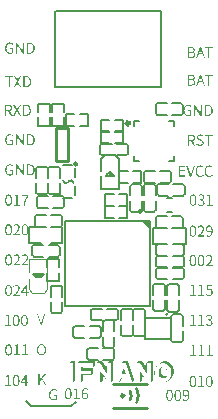
<source format=gto>
G04 Layer: TopSilkscreenLayer*
G04 EasyEDA v6.5.9, 2022-08-10 12:44:31*
G04 c5846564ba334fc5ac80b38e15378060,f7cd1a63a7ae402ba8e4f3fce04b6e5d,10*
G04 Gerber Generator version 0.2*
G04 Scale: 100 percent, Rotated: No, Reflected: No *
G04 Dimensions in millimeters *
G04 leading zeros omitted , absolute positions ,4 integer and 5 decimal *
%FSLAX45Y45*%
%MOMM*%

%ADD10C,0.2000*%
%ADD11C,0.1524*%
%ADD12C,0.1000*%
%ADD13C,0.1501*%
%ADD14C,0.2540*%
%ADD15C,0.1500*%
%ADD16C,0.1520*%
%ADD17C,0.2489*%
%ADD18C,0.2500*%
%ADD19C,0.3000*%
%ADD20C,0.0192*%

%LPD*%
G36*
X1371346Y-2902712D02*
G01*
X1364589Y-2903067D01*
X1358341Y-2903778D01*
X1352550Y-2904947D01*
X1347216Y-2906522D01*
X1342390Y-2908452D01*
X1334262Y-2912516D01*
X1330960Y-2914650D01*
X1324305Y-2920136D01*
X1316482Y-2927350D01*
X1301242Y-2942082D01*
X1297228Y-2946196D01*
X1293876Y-2950413D01*
X1291132Y-2954680D01*
X1289050Y-2959100D01*
X1287068Y-2964180D01*
X1286002Y-2966008D01*
X1283716Y-2974086D01*
X1282242Y-2980588D01*
X1281430Y-2987294D01*
X1282293Y-2987344D01*
X1283411Y-2975457D01*
X1284732Y-2970784D01*
X1287068Y-2964180D01*
X1290066Y-2958846D01*
X1301089Y-2945536D01*
X1305102Y-2941472D01*
X1309674Y-2937306D01*
X1315618Y-2932480D01*
X1319428Y-2930093D01*
X1323746Y-2927756D01*
X1328674Y-2925572D01*
X1339900Y-2922168D01*
X1353312Y-2921000D01*
X1367129Y-2922016D01*
X1378915Y-2924606D01*
X1388618Y-2928772D01*
X1396238Y-2934462D01*
X1407363Y-2946298D01*
X1414272Y-2955798D01*
X1418742Y-2963875D01*
X1421892Y-2971292D01*
X1424686Y-2983331D01*
X1425448Y-2996184D01*
X1424432Y-3010509D01*
X1421892Y-3027172D01*
X1416761Y-3043326D01*
X1407414Y-3056128D01*
X1396136Y-3065729D01*
X1385062Y-3071622D01*
X1374952Y-3075127D01*
X1370330Y-3076244D01*
X1366012Y-3076956D01*
X1358900Y-3077464D01*
X1353820Y-3077464D01*
X1337208Y-3075889D01*
X1324356Y-3072130D01*
X1319225Y-3069793D01*
X1314754Y-3067354D01*
X1310995Y-3064865D01*
X1307846Y-3062224D01*
X1302410Y-3056585D01*
X1296670Y-3049778D01*
X1293926Y-3046018D01*
X1291590Y-3042158D01*
X1289608Y-3038144D01*
X1286611Y-3029661D01*
X1285494Y-3024886D01*
X1284630Y-3019755D01*
X1282700Y-3001518D01*
X1282293Y-2987344D01*
X1281427Y-2987344D01*
X1281023Y-2994355D01*
X1281023Y-3009950D01*
X1281430Y-3017266D01*
X1281938Y-3020974D01*
X1282954Y-3025394D01*
X1284478Y-3030626D01*
X1286510Y-3036570D01*
X1292250Y-3048406D01*
X1299718Y-3057906D01*
X1308100Y-3065221D01*
X1315974Y-3070860D01*
X1319987Y-3072993D01*
X1324457Y-3074924D01*
X1329385Y-3076549D01*
X1334770Y-3077972D01*
X1347266Y-3079546D01*
X1364437Y-3079140D01*
X1370025Y-3078530D01*
X1376273Y-3077311D01*
X1383284Y-3075025D01*
X1387094Y-3073400D01*
X1394409Y-3069234D01*
X1401064Y-3064256D01*
X1407007Y-3059226D01*
X1411732Y-3054858D01*
X1427937Y-3037128D01*
X1430426Y-3033928D01*
X1433118Y-3029204D01*
X1436065Y-3022752D01*
X1438605Y-3015996D01*
X1440637Y-3009392D01*
X1442720Y-3001010D01*
X1443278Y-2996336D01*
X1443786Y-2984754D01*
X1443736Y-2977896D01*
X1442161Y-2963265D01*
X1437894Y-2948940D01*
X1431086Y-2935478D01*
X1421892Y-2924048D01*
X1411224Y-2914700D01*
X1399540Y-2908046D01*
X1386382Y-2904032D01*
G37*
G36*
X574294Y-2903474D02*
G01*
X557784Y-2920238D01*
X557784Y-2922016D01*
X593090Y-2922016D01*
X593090Y-3076448D01*
X559562Y-3076448D01*
X559562Y-2922016D01*
X557784Y-2922016D01*
X557784Y-3078734D01*
X595122Y-3078734D01*
X611632Y-3062478D01*
X611632Y-2903474D01*
G37*
G36*
X642112Y-2903474D02*
G01*
X625602Y-2920238D01*
X625602Y-2922016D01*
X757682Y-2922016D01*
X757682Y-2954274D01*
X661162Y-2953766D01*
X661162Y-2982976D01*
X742442Y-2982976D01*
X742442Y-3014980D01*
X661162Y-3014980D01*
X661162Y-3076448D01*
X627888Y-3076448D01*
X627888Y-2922016D01*
X625602Y-2922016D01*
X625602Y-3078734D01*
X662940Y-3078734D01*
X679450Y-3062478D01*
X679450Y-3017266D01*
X744220Y-3017266D01*
X760730Y-3000502D01*
X760730Y-2964688D01*
X679450Y-2964688D01*
X679450Y-2956052D01*
X759460Y-2956052D01*
X775970Y-2939542D01*
X775970Y-2903474D01*
G37*
G36*
X805180Y-2903474D02*
G01*
X788670Y-2920238D01*
X788670Y-2922016D01*
X820928Y-2922016D01*
X881634Y-3010408D01*
X881634Y-2922016D01*
X914908Y-2922016D01*
X914908Y-3075940D01*
X885698Y-3075940D01*
X823214Y-2984246D01*
X823214Y-3076448D01*
X790448Y-3076448D01*
X790448Y-2922016D01*
X788670Y-2922016D01*
X788670Y-3078734D01*
X824484Y-3079242D01*
X841502Y-3062478D01*
X841502Y-3015742D01*
X884428Y-3078226D01*
X915669Y-3078734D01*
X933196Y-3061970D01*
X933196Y-2903474D01*
X896366Y-2903474D01*
X879348Y-2920492D01*
X879856Y-2963164D01*
X838453Y-2903474D01*
G37*
G36*
X1016762Y-2903474D02*
G01*
X1000252Y-2920238D01*
X946179Y-3076448D01*
X948182Y-3076448D01*
X1002030Y-2922016D01*
X1041653Y-2922016D01*
X1091946Y-3076448D01*
X1057148Y-3076448D01*
X1046987Y-3045460D01*
X993902Y-3045460D01*
X982726Y-3076448D01*
X946179Y-3076448D01*
X945387Y-3078734D01*
X983996Y-3078734D01*
X1000760Y-3062478D01*
X1005586Y-3047746D01*
X1045464Y-3047746D01*
X1055878Y-3078734D01*
X1093978Y-3079242D01*
X1111250Y-3062478D01*
X1058926Y-2903474D01*
G37*
G36*
X1139444Y-2903474D02*
G01*
X1122934Y-2920238D01*
X1122934Y-2922016D01*
X1155192Y-2922016D01*
X1215898Y-3010408D01*
X1215898Y-2922016D01*
X1249172Y-2922016D01*
X1249172Y-3075940D01*
X1219962Y-3075940D01*
X1157478Y-2984246D01*
X1157478Y-3076448D01*
X1124712Y-3076448D01*
X1124712Y-2922016D01*
X1122934Y-2922016D01*
X1122934Y-3078734D01*
X1158748Y-3079242D01*
X1175766Y-3062478D01*
X1175766Y-3015742D01*
X1218438Y-3078226D01*
X1249934Y-3078734D01*
X1267460Y-3061970D01*
X1267460Y-2903474D01*
X1230630Y-2903474D01*
X1213612Y-2920492D01*
X1214120Y-2963164D01*
X1172718Y-2903474D01*
G37*
G36*
X1355598Y-2951480D02*
G01*
X1352600Y-2951632D01*
X1345996Y-2952902D01*
X1342390Y-2954020D01*
X1338834Y-2955544D01*
X1335227Y-2957626D01*
X1331569Y-2960268D01*
X1327912Y-2963418D01*
X1324559Y-2967024D01*
X1321816Y-2970733D01*
X1319733Y-2974492D01*
X1318260Y-2978404D01*
X1317625Y-2980944D01*
X1334160Y-2980944D01*
X1334465Y-2975000D01*
X1335227Y-2968904D01*
X1336446Y-2963265D01*
X1337157Y-2961132D01*
X1337970Y-2959455D01*
X1338834Y-2958338D01*
X1340002Y-2957474D01*
X1341678Y-2956610D01*
X1346708Y-2955036D01*
X1352194Y-2954070D01*
X1356360Y-2953766D01*
X1367231Y-2956610D01*
X1377950Y-2964180D01*
X1382776Y-2970022D01*
X1386332Y-2977642D01*
X1388618Y-2987040D01*
X1389634Y-2998216D01*
X1389735Y-3004515D01*
X1389430Y-3009900D01*
X1388821Y-3014421D01*
X1387856Y-3018028D01*
X1385976Y-3022955D01*
X1384808Y-3025140D01*
X1383995Y-3025648D01*
X1380693Y-3026511D01*
X1375562Y-3027324D01*
X1371396Y-3027578D01*
X1367282Y-3027273D01*
X1361287Y-3026257D01*
X1357884Y-3025394D01*
X1354480Y-3024124D01*
X1351127Y-3022295D01*
X1347876Y-3019907D01*
X1344676Y-3017012D01*
X1341882Y-3013557D01*
X1339596Y-3009849D01*
X1337818Y-3005836D01*
X1336548Y-3001518D01*
X1335024Y-2993085D01*
X1334160Y-2980944D01*
X1317625Y-2980944D01*
X1316532Y-2987040D01*
X1315618Y-3002889D01*
X1316024Y-3007664D01*
X1317650Y-3015386D01*
X1320596Y-3025648D01*
X1322578Y-3030016D01*
X1324914Y-3033674D01*
X1327658Y-3036570D01*
X1330604Y-3038856D01*
X1333703Y-3040837D01*
X1336852Y-3042513D01*
X1340104Y-3043936D01*
X1343406Y-3044901D01*
X1346911Y-3045561D01*
X1350619Y-3045917D01*
X1354582Y-3045968D01*
X1361643Y-3045561D01*
X1367586Y-3044444D01*
X1372463Y-3042513D01*
X1376172Y-3039872D01*
X1381506Y-3034538D01*
X1384808Y-3030728D01*
X1390091Y-3016605D01*
X1391666Y-2996184D01*
X1390853Y-2985211D01*
X1388618Y-2975914D01*
X1385011Y-2968345D01*
X1379982Y-2962402D01*
X1368196Y-2954477D01*
G37*
G36*
X1021334Y-2964180D02*
G01*
X1009696Y-2997454D01*
X1022096Y-2997454D01*
X1026160Y-2986532D01*
X1029969Y-2997454D01*
X1009696Y-2997454D01*
X1003300Y-3015742D01*
X1037844Y-3015742D01*
G37*
G36*
X1408938Y-3143250D02*
G01*
X1404670Y-3143554D01*
X1400708Y-3144570D01*
X1397050Y-3146196D01*
X1393698Y-3148482D01*
X1390700Y-3151428D01*
X1388008Y-3155035D01*
X1385722Y-3159302D01*
X1383792Y-3164281D01*
X1382268Y-3169920D01*
X1381150Y-3176270D01*
X1380490Y-3183280D01*
X1380236Y-3191002D01*
X1390396Y-3191002D01*
X1390751Y-3181502D01*
X1391716Y-3173374D01*
X1393291Y-3166618D01*
X1395476Y-3161131D01*
X1398168Y-3156915D01*
X1401318Y-3153968D01*
X1404924Y-3152190D01*
X1408938Y-3151632D01*
X1412849Y-3152190D01*
X1416354Y-3153968D01*
X1419453Y-3156915D01*
X1422044Y-3161131D01*
X1424127Y-3166618D01*
X1425702Y-3173374D01*
X1426667Y-3181502D01*
X1426972Y-3191002D01*
X1426667Y-3200603D01*
X1425702Y-3208832D01*
X1424127Y-3215741D01*
X1422044Y-3221380D01*
X1419453Y-3225647D01*
X1416354Y-3228695D01*
X1412849Y-3230524D01*
X1408938Y-3231134D01*
X1404924Y-3230524D01*
X1401318Y-3228695D01*
X1398168Y-3225647D01*
X1395476Y-3221380D01*
X1393291Y-3215741D01*
X1391716Y-3208832D01*
X1390751Y-3200603D01*
X1390396Y-3191002D01*
X1380236Y-3191002D01*
X1380490Y-3198723D01*
X1381150Y-3205784D01*
X1382268Y-3212185D01*
X1383792Y-3217926D01*
X1385722Y-3222955D01*
X1388008Y-3227374D01*
X1390700Y-3231083D01*
X1393698Y-3234131D01*
X1397050Y-3236468D01*
X1400708Y-3238144D01*
X1404670Y-3239160D01*
X1408938Y-3239516D01*
X1413103Y-3239160D01*
X1417015Y-3238144D01*
X1420622Y-3236468D01*
X1423924Y-3234131D01*
X1426870Y-3231083D01*
X1429512Y-3227374D01*
X1431798Y-3222955D01*
X1433677Y-3217926D01*
X1435150Y-3212185D01*
X1436268Y-3205784D01*
X1436928Y-3198723D01*
X1437132Y-3191002D01*
X1436928Y-3183280D01*
X1436268Y-3176270D01*
X1435150Y-3169920D01*
X1433677Y-3164281D01*
X1431798Y-3159302D01*
X1429512Y-3155035D01*
X1426870Y-3151428D01*
X1423924Y-3148482D01*
X1420622Y-3146196D01*
X1417015Y-3144570D01*
X1413103Y-3143554D01*
G37*
G36*
X1478534Y-3143250D02*
G01*
X1474317Y-3143554D01*
X1470355Y-3144570D01*
X1466697Y-3146196D01*
X1463344Y-3148482D01*
X1460398Y-3151428D01*
X1457756Y-3155035D01*
X1455470Y-3159302D01*
X1453591Y-3164281D01*
X1452067Y-3169920D01*
X1451000Y-3176270D01*
X1450289Y-3183280D01*
X1450086Y-3191002D01*
X1459992Y-3191002D01*
X1460347Y-3181502D01*
X1461363Y-3173374D01*
X1462989Y-3166618D01*
X1465173Y-3161131D01*
X1467866Y-3156915D01*
X1471015Y-3153968D01*
X1474622Y-3152190D01*
X1478534Y-3151632D01*
X1482445Y-3152190D01*
X1486001Y-3153968D01*
X1489100Y-3156915D01*
X1491792Y-3161131D01*
X1493926Y-3166618D01*
X1495501Y-3173374D01*
X1496466Y-3181502D01*
X1496822Y-3191002D01*
X1496466Y-3200603D01*
X1495501Y-3208832D01*
X1493926Y-3215741D01*
X1491792Y-3221380D01*
X1489100Y-3225647D01*
X1486001Y-3228695D01*
X1482445Y-3230524D01*
X1478534Y-3231134D01*
X1474622Y-3230524D01*
X1471015Y-3228695D01*
X1467866Y-3225647D01*
X1465173Y-3221380D01*
X1462989Y-3215741D01*
X1461363Y-3208832D01*
X1460347Y-3200603D01*
X1459992Y-3191002D01*
X1450086Y-3191002D01*
X1450289Y-3198723D01*
X1451000Y-3205784D01*
X1452067Y-3212185D01*
X1453591Y-3217926D01*
X1455470Y-3222955D01*
X1457756Y-3227374D01*
X1460398Y-3231083D01*
X1463344Y-3234131D01*
X1466697Y-3236468D01*
X1470355Y-3238144D01*
X1474317Y-3239160D01*
X1478534Y-3239516D01*
X1482750Y-3239160D01*
X1486712Y-3238144D01*
X1490319Y-3236468D01*
X1493621Y-3234131D01*
X1496618Y-3231083D01*
X1499209Y-3227374D01*
X1501444Y-3222955D01*
X1503324Y-3217926D01*
X1504797Y-3212185D01*
X1505864Y-3205784D01*
X1506524Y-3198723D01*
X1506728Y-3191002D01*
X1506524Y-3183280D01*
X1505864Y-3176270D01*
X1504797Y-3169920D01*
X1503324Y-3164281D01*
X1501444Y-3159302D01*
X1499209Y-3155035D01*
X1496618Y-3151428D01*
X1493621Y-3148482D01*
X1490319Y-3146196D01*
X1486712Y-3144570D01*
X1482750Y-3143554D01*
G37*
G36*
X1545336Y-3143250D02*
G01*
X1540103Y-3143808D01*
X1535226Y-3145434D01*
X1530705Y-3148025D01*
X1526794Y-3151530D01*
X1523542Y-3155848D01*
X1521053Y-3160928D01*
X1519478Y-3166668D01*
X1518920Y-3172968D01*
X1528826Y-3172968D01*
X1530096Y-3164179D01*
X1533550Y-3157270D01*
X1538782Y-3152749D01*
X1545336Y-3151124D01*
X1549755Y-3151632D01*
X1553667Y-3153156D01*
X1557070Y-3155696D01*
X1559915Y-3159150D01*
X1562303Y-3163519D01*
X1564132Y-3168802D01*
X1565402Y-3174898D01*
X1566164Y-3181858D01*
X1561287Y-3187598D01*
X1556207Y-3191560D01*
X1551127Y-3193846D01*
X1546098Y-3194558D01*
X1538478Y-3192983D01*
X1533093Y-3188614D01*
X1529892Y-3181807D01*
X1528826Y-3172968D01*
X1518920Y-3172968D01*
X1519377Y-3179775D01*
X1520698Y-3185718D01*
X1522882Y-3190798D01*
X1525828Y-3194913D01*
X1529486Y-3198215D01*
X1533804Y-3200552D01*
X1538782Y-3201974D01*
X1544320Y-3202432D01*
X1550466Y-3201568D01*
X1556207Y-3199130D01*
X1561490Y-3195370D01*
X1566164Y-3190494D01*
X1565402Y-3200806D01*
X1563827Y-3209391D01*
X1561490Y-3216351D01*
X1558493Y-3221786D01*
X1554988Y-3225850D01*
X1551076Y-3228594D01*
X1546758Y-3230118D01*
X1542288Y-3230626D01*
X1537919Y-3230168D01*
X1533804Y-3228797D01*
X1529994Y-3226562D01*
X1526794Y-3223514D01*
X1520952Y-3230118D01*
X1525016Y-3233826D01*
X1529943Y-3236823D01*
X1535887Y-3238804D01*
X1542796Y-3239516D01*
X1547012Y-3239211D01*
X1551178Y-3238246D01*
X1555191Y-3236671D01*
X1559001Y-3234334D01*
X1562557Y-3231337D01*
X1565808Y-3227527D01*
X1568704Y-3222904D01*
X1571244Y-3217519D01*
X1573276Y-3211220D01*
X1574800Y-3204057D01*
X1575765Y-3195980D01*
X1576070Y-3186938D01*
X1575816Y-3179978D01*
X1575003Y-3173628D01*
X1573784Y-3167888D01*
X1572056Y-3162757D01*
X1569923Y-3158185D01*
X1567383Y-3154222D01*
X1564436Y-3150870D01*
X1561185Y-3148126D01*
X1557629Y-3145993D01*
X1553768Y-3144469D01*
X1549654Y-3143554D01*
G37*
G36*
X1606296Y-3026410D02*
G01*
X1602028Y-3026714D01*
X1598117Y-3027730D01*
X1594459Y-3029356D01*
X1591106Y-3031642D01*
X1588160Y-3034588D01*
X1585518Y-3038195D01*
X1583232Y-3042462D01*
X1581302Y-3047441D01*
X1579829Y-3053080D01*
X1578711Y-3059430D01*
X1578051Y-3066440D01*
X1577848Y-3074162D01*
X1587754Y-3074162D01*
X1588109Y-3064662D01*
X1589125Y-3056534D01*
X1590751Y-3049778D01*
X1592935Y-3044291D01*
X1595628Y-3040075D01*
X1598777Y-3037128D01*
X1602384Y-3035350D01*
X1606296Y-3034792D01*
X1610207Y-3035350D01*
X1613763Y-3037128D01*
X1616862Y-3040075D01*
X1619554Y-3044291D01*
X1621688Y-3049778D01*
X1623263Y-3056534D01*
X1624228Y-3064662D01*
X1624584Y-3074162D01*
X1624228Y-3083763D01*
X1623263Y-3091992D01*
X1621688Y-3098901D01*
X1619554Y-3104540D01*
X1616862Y-3108807D01*
X1613763Y-3111855D01*
X1610207Y-3113684D01*
X1606296Y-3114294D01*
X1602384Y-3113684D01*
X1598777Y-3111855D01*
X1595628Y-3108807D01*
X1592935Y-3104489D01*
X1590751Y-3098901D01*
X1589125Y-3091992D01*
X1588109Y-3083763D01*
X1587754Y-3074162D01*
X1577848Y-3074162D01*
X1578051Y-3081883D01*
X1578711Y-3088944D01*
X1579829Y-3095345D01*
X1581302Y-3101086D01*
X1583232Y-3106115D01*
X1585518Y-3110534D01*
X1588160Y-3114243D01*
X1591106Y-3117291D01*
X1594459Y-3119628D01*
X1598117Y-3121304D01*
X1602028Y-3122320D01*
X1606296Y-3122676D01*
X1610512Y-3122320D01*
X1614474Y-3121304D01*
X1618132Y-3119628D01*
X1621434Y-3117291D01*
X1624431Y-3114243D01*
X1627073Y-3110534D01*
X1629359Y-3106115D01*
X1631238Y-3101086D01*
X1632762Y-3095345D01*
X1633829Y-3088944D01*
X1634540Y-3081883D01*
X1634744Y-3074162D01*
X1634540Y-3066440D01*
X1633829Y-3059430D01*
X1632762Y-3053080D01*
X1631238Y-3047441D01*
X1629359Y-3042462D01*
X1627073Y-3038195D01*
X1624431Y-3034588D01*
X1621434Y-3031642D01*
X1618132Y-3029356D01*
X1614474Y-3027730D01*
X1610512Y-3026714D01*
G37*
G36*
X1745742Y-3026410D02*
G01*
X1741474Y-3026714D01*
X1737563Y-3027730D01*
X1733905Y-3029356D01*
X1730552Y-3031642D01*
X1727606Y-3034588D01*
X1724964Y-3038195D01*
X1722678Y-3042462D01*
X1720748Y-3047441D01*
X1719275Y-3053080D01*
X1718157Y-3059430D01*
X1717497Y-3066440D01*
X1717293Y-3074162D01*
X1727200Y-3074162D01*
X1727555Y-3064662D01*
X1728571Y-3056534D01*
X1730197Y-3049778D01*
X1732381Y-3044291D01*
X1735074Y-3040075D01*
X1738223Y-3037128D01*
X1741830Y-3035350D01*
X1745742Y-3034792D01*
X1749653Y-3035350D01*
X1753209Y-3037128D01*
X1756308Y-3040075D01*
X1759000Y-3044291D01*
X1761134Y-3049778D01*
X1762709Y-3056534D01*
X1763674Y-3064662D01*
X1764030Y-3074162D01*
X1763674Y-3083763D01*
X1762709Y-3091992D01*
X1761134Y-3098901D01*
X1759000Y-3104540D01*
X1756308Y-3108807D01*
X1753209Y-3111855D01*
X1749653Y-3113684D01*
X1745742Y-3114294D01*
X1741830Y-3113684D01*
X1738223Y-3111855D01*
X1735074Y-3108807D01*
X1732381Y-3104489D01*
X1730197Y-3098901D01*
X1728571Y-3091992D01*
X1727555Y-3083763D01*
X1727200Y-3074162D01*
X1717293Y-3074162D01*
X1717497Y-3081883D01*
X1718157Y-3088944D01*
X1719275Y-3095345D01*
X1720748Y-3101086D01*
X1722678Y-3106115D01*
X1724964Y-3110534D01*
X1727606Y-3114243D01*
X1730552Y-3117291D01*
X1733905Y-3119628D01*
X1737563Y-3121304D01*
X1741474Y-3122320D01*
X1745742Y-3122676D01*
X1749958Y-3122320D01*
X1753920Y-3121304D01*
X1757578Y-3119628D01*
X1760880Y-3117291D01*
X1763877Y-3114243D01*
X1766519Y-3110534D01*
X1768805Y-3106115D01*
X1770684Y-3101086D01*
X1772208Y-3095345D01*
X1773275Y-3088944D01*
X1773986Y-3081883D01*
X1774189Y-3074162D01*
X1773986Y-3066440D01*
X1773275Y-3059430D01*
X1772208Y-3053080D01*
X1770684Y-3047441D01*
X1768805Y-3042462D01*
X1766519Y-3038195D01*
X1763877Y-3034588D01*
X1760880Y-3031642D01*
X1757578Y-3029356D01*
X1753920Y-3027730D01*
X1749958Y-3026714D01*
G37*
G36*
X1675638Y-3027934D02*
G01*
X1671828Y-3029915D01*
X1667459Y-3031591D01*
X1662531Y-3033064D01*
X1656842Y-3034284D01*
X1656842Y-3041142D01*
X1673352Y-3041142D01*
X1673352Y-3112262D01*
X1652524Y-3112262D01*
X1652524Y-3120898D01*
X1702562Y-3120898D01*
X1702562Y-3112262D01*
X1683512Y-3112262D01*
X1683512Y-3027934D01*
G37*
G36*
X1608074Y-2765806D02*
G01*
X1604213Y-2767787D01*
X1599793Y-2769463D01*
X1594866Y-2770936D01*
X1589278Y-2772156D01*
X1589278Y-2779014D01*
X1605534Y-2779014D01*
X1605534Y-2850134D01*
X1584706Y-2850134D01*
X1584706Y-2858770D01*
X1634744Y-2858770D01*
X1634744Y-2850134D01*
X1615948Y-2850134D01*
X1615948Y-2765806D01*
G37*
G36*
X1677670Y-2765806D02*
G01*
X1673860Y-2767787D01*
X1669491Y-2769463D01*
X1664563Y-2770936D01*
X1658874Y-2772156D01*
X1658874Y-2779014D01*
X1675384Y-2779014D01*
X1675384Y-2850134D01*
X1654556Y-2850134D01*
X1654556Y-2858770D01*
X1704593Y-2858770D01*
X1704593Y-2850134D01*
X1685543Y-2850134D01*
X1685543Y-2765806D01*
G37*
G36*
X1747520Y-2765806D02*
G01*
X1743659Y-2767787D01*
X1739239Y-2769463D01*
X1734312Y-2770936D01*
X1728724Y-2772156D01*
X1728724Y-2779014D01*
X1744980Y-2779014D01*
X1744980Y-2850134D01*
X1724152Y-2850134D01*
X1724152Y-2858770D01*
X1774189Y-2858770D01*
X1774189Y-2850134D01*
X1755393Y-2850134D01*
X1755393Y-2765806D01*
G37*
G36*
X1744472Y-2507996D02*
G01*
X1736953Y-2508808D01*
X1730197Y-2511044D01*
X1724202Y-2514447D01*
X1718818Y-2518664D01*
X1724660Y-2525522D01*
X1728774Y-2521864D01*
X1733499Y-2518968D01*
X1738680Y-2517038D01*
X1744218Y-2516378D01*
X1750923Y-2517495D01*
X1756054Y-2520543D01*
X1759356Y-2525369D01*
X1760474Y-2531618D01*
X1760169Y-2535377D01*
X1759102Y-2538882D01*
X1757273Y-2541981D01*
X1754632Y-2544673D01*
X1751075Y-2546858D01*
X1746554Y-2548534D01*
X1740966Y-2549550D01*
X1734312Y-2549906D01*
X1734312Y-2558288D01*
X1741779Y-2558643D01*
X1748028Y-2559659D01*
X1753107Y-2561285D01*
X1757121Y-2563520D01*
X1760169Y-2566263D01*
X1762201Y-2569514D01*
X1763420Y-2573223D01*
X1763775Y-2577338D01*
X1762353Y-2584856D01*
X1758289Y-2590546D01*
X1752092Y-2594102D01*
X1744218Y-2595372D01*
X1736699Y-2594508D01*
X1730451Y-2592120D01*
X1725218Y-2588717D01*
X1720850Y-2584704D01*
X1715516Y-2591562D01*
X1720545Y-2596235D01*
X1726996Y-2600299D01*
X1735074Y-2603195D01*
X1744980Y-2604262D01*
X1750923Y-2603804D01*
X1756410Y-2602433D01*
X1761388Y-2600248D01*
X1765706Y-2597251D01*
X1769262Y-2593441D01*
X1771904Y-2588920D01*
X1773631Y-2583738D01*
X1774189Y-2577846D01*
X1772615Y-2569006D01*
X1768398Y-2561996D01*
X1762099Y-2556967D01*
X1754378Y-2553970D01*
X1754378Y-2553462D01*
X1761134Y-2550058D01*
X1766366Y-2545181D01*
X1769719Y-2538831D01*
X1770888Y-2530856D01*
X1770380Y-2525725D01*
X1768906Y-2521153D01*
X1766570Y-2517241D01*
X1763420Y-2513990D01*
X1759508Y-2511399D01*
X1755038Y-2509520D01*
X1750009Y-2508402D01*
G37*
G36*
X1606804Y-2509520D02*
G01*
X1602943Y-2511501D01*
X1598574Y-2513177D01*
X1593596Y-2514650D01*
X1588008Y-2515870D01*
X1588008Y-2522728D01*
X1604264Y-2522728D01*
X1604264Y-2593848D01*
X1583436Y-2593848D01*
X1583436Y-2602484D01*
X1633474Y-2602484D01*
X1633474Y-2593848D01*
X1614678Y-2593848D01*
X1614678Y-2509520D01*
G37*
G36*
X1676400Y-2509520D02*
G01*
X1672589Y-2511501D01*
X1668221Y-2513177D01*
X1663293Y-2514650D01*
X1657604Y-2515870D01*
X1657604Y-2522728D01*
X1674114Y-2522728D01*
X1674114Y-2593848D01*
X1653286Y-2593848D01*
X1653286Y-2602484D01*
X1703324Y-2602484D01*
X1703324Y-2593848D01*
X1684274Y-2593848D01*
X1684274Y-2509520D01*
G37*
G36*
X1606550Y-2255012D02*
G01*
X1602689Y-2256993D01*
X1598320Y-2258669D01*
X1593342Y-2260142D01*
X1587754Y-2261362D01*
X1587754Y-2268220D01*
X1604010Y-2268220D01*
X1604010Y-2339340D01*
X1583182Y-2339340D01*
X1583182Y-2347976D01*
X1633220Y-2347976D01*
X1633220Y-2339340D01*
X1614424Y-2339340D01*
X1614424Y-2255012D01*
G37*
G36*
X1676146Y-2255012D02*
G01*
X1672336Y-2256993D01*
X1667967Y-2258669D01*
X1663039Y-2260142D01*
X1657350Y-2261362D01*
X1657350Y-2268220D01*
X1673860Y-2268220D01*
X1673860Y-2339340D01*
X1653032Y-2339340D01*
X1653032Y-2347976D01*
X1703070Y-2347976D01*
X1703070Y-2339340D01*
X1684020Y-2339340D01*
X1684020Y-2255012D01*
G37*
G36*
X1725422Y-2255012D02*
G01*
X1722374Y-2298192D01*
X1728216Y-2301748D01*
X1732025Y-2299360D01*
X1735734Y-2297633D01*
X1739595Y-2296515D01*
X1743964Y-2296160D01*
X1752092Y-2297633D01*
X1758340Y-2301951D01*
X1762353Y-2308809D01*
X1763775Y-2318004D01*
X1762150Y-2327554D01*
X1757781Y-2334768D01*
X1751330Y-2339289D01*
X1743456Y-2340864D01*
X1735836Y-2340000D01*
X1729587Y-2337765D01*
X1724406Y-2334412D01*
X1720088Y-2330450D01*
X1715007Y-2337308D01*
X1720088Y-2341829D01*
X1726488Y-2345842D01*
X1734413Y-2348687D01*
X1744218Y-2349754D01*
X1749958Y-2349195D01*
X1755444Y-2347620D01*
X1760524Y-2344978D01*
X1764995Y-2341422D01*
X1768805Y-2336850D01*
X1771700Y-2331415D01*
X1773529Y-2325116D01*
X1774189Y-2318004D01*
X1773631Y-2310790D01*
X1772005Y-2304643D01*
X1769465Y-2299462D01*
X1766062Y-2295296D01*
X1761947Y-2292096D01*
X1757273Y-2289810D01*
X1752092Y-2288489D01*
X1746504Y-2288032D01*
X1742389Y-2288286D01*
X1738680Y-2289098D01*
X1735277Y-2290368D01*
X1732025Y-2292096D01*
X1734566Y-2263902D01*
X1769872Y-2263902D01*
X1769872Y-2255012D01*
G37*
G36*
X1606296Y-2001266D02*
G01*
X1602079Y-2001570D01*
X1598117Y-2002586D01*
X1594459Y-2004212D01*
X1591157Y-2006498D01*
X1588160Y-2009444D01*
X1585518Y-2013051D01*
X1583232Y-2017318D01*
X1581353Y-2022297D01*
X1579829Y-2027936D01*
X1578762Y-2034286D01*
X1578102Y-2041296D01*
X1577848Y-2049018D01*
X1587754Y-2049018D01*
X1588109Y-2039518D01*
X1589125Y-2031390D01*
X1590751Y-2024634D01*
X1592935Y-2019147D01*
X1595628Y-2014931D01*
X1598777Y-2011984D01*
X1602384Y-2010206D01*
X1606296Y-2009648D01*
X1610207Y-2010206D01*
X1613763Y-2011984D01*
X1616862Y-2014931D01*
X1619554Y-2019147D01*
X1621688Y-2024634D01*
X1623263Y-2031390D01*
X1624228Y-2039518D01*
X1624584Y-2049018D01*
X1624228Y-2058619D01*
X1623263Y-2066848D01*
X1621688Y-2073757D01*
X1619554Y-2079345D01*
X1616862Y-2083663D01*
X1613763Y-2086711D01*
X1610207Y-2088540D01*
X1606296Y-2089150D01*
X1602384Y-2088540D01*
X1598777Y-2086762D01*
X1595628Y-2083663D01*
X1592935Y-2079345D01*
X1590751Y-2073757D01*
X1589125Y-2066848D01*
X1588109Y-2058619D01*
X1587754Y-2049018D01*
X1577848Y-2049018D01*
X1578102Y-2056739D01*
X1578762Y-2063800D01*
X1579829Y-2070201D01*
X1581353Y-2075942D01*
X1583232Y-2080971D01*
X1585518Y-2085390D01*
X1588160Y-2089099D01*
X1591157Y-2092147D01*
X1594459Y-2094484D01*
X1598117Y-2096160D01*
X1602079Y-2097176D01*
X1606296Y-2097532D01*
X1610563Y-2097176D01*
X1614474Y-2096160D01*
X1618132Y-2094484D01*
X1621485Y-2092147D01*
X1624431Y-2089099D01*
X1627073Y-2085390D01*
X1629359Y-2080971D01*
X1631289Y-2075942D01*
X1632762Y-2070201D01*
X1633880Y-2063800D01*
X1634540Y-2056739D01*
X1634744Y-2049018D01*
X1634540Y-2041296D01*
X1633880Y-2034286D01*
X1632762Y-2027936D01*
X1631289Y-2022297D01*
X1629359Y-2017318D01*
X1627073Y-2013051D01*
X1624431Y-2009444D01*
X1621485Y-2006498D01*
X1618132Y-2004212D01*
X1614474Y-2002586D01*
X1610563Y-2001570D01*
G37*
G36*
X1676146Y-2001266D02*
G01*
X1671929Y-2001570D01*
X1667916Y-2002586D01*
X1664258Y-2004212D01*
X1660906Y-2006498D01*
X1657908Y-2009444D01*
X1655216Y-2013051D01*
X1652930Y-2017318D01*
X1651000Y-2022297D01*
X1649475Y-2027936D01*
X1648358Y-2034286D01*
X1647698Y-2041296D01*
X1647443Y-2049018D01*
X1657604Y-2049018D01*
X1657959Y-2039518D01*
X1658924Y-2031390D01*
X1660550Y-2024634D01*
X1662684Y-2019147D01*
X1665376Y-2014931D01*
X1668525Y-2011984D01*
X1672132Y-2010206D01*
X1676146Y-2009648D01*
X1680057Y-2010206D01*
X1683613Y-2011984D01*
X1686712Y-2014931D01*
X1689404Y-2019147D01*
X1691538Y-2024634D01*
X1693113Y-2031390D01*
X1694078Y-2039518D01*
X1694434Y-2049018D01*
X1694078Y-2058619D01*
X1693113Y-2066848D01*
X1691538Y-2073757D01*
X1689404Y-2079345D01*
X1686712Y-2083663D01*
X1683613Y-2086711D01*
X1680057Y-2088540D01*
X1676146Y-2089150D01*
X1672132Y-2088540D01*
X1668525Y-2086762D01*
X1665376Y-2083663D01*
X1662684Y-2079345D01*
X1660550Y-2073757D01*
X1658924Y-2066848D01*
X1657959Y-2058619D01*
X1657604Y-2049018D01*
X1647443Y-2049018D01*
X1647698Y-2056739D01*
X1648358Y-2063800D01*
X1649475Y-2070201D01*
X1651000Y-2075942D01*
X1652930Y-2080971D01*
X1655216Y-2085390D01*
X1657908Y-2089099D01*
X1660906Y-2092147D01*
X1664258Y-2094484D01*
X1667916Y-2096160D01*
X1671929Y-2097176D01*
X1676146Y-2097532D01*
X1680311Y-2097176D01*
X1684223Y-2096160D01*
X1687830Y-2094484D01*
X1691132Y-2092147D01*
X1694078Y-2089099D01*
X1696720Y-2085390D01*
X1699006Y-2080971D01*
X1700885Y-2075942D01*
X1702358Y-2070201D01*
X1703476Y-2063800D01*
X1704136Y-2056739D01*
X1704339Y-2049018D01*
X1704136Y-2041296D01*
X1703476Y-2034286D01*
X1702358Y-2027936D01*
X1700885Y-2022297D01*
X1699006Y-2017318D01*
X1696720Y-2013051D01*
X1694078Y-2009444D01*
X1691132Y-2006498D01*
X1687830Y-2004212D01*
X1684223Y-2002586D01*
X1680311Y-2001570D01*
G37*
G36*
X1742948Y-2001266D02*
G01*
X1734972Y-2002231D01*
X1727962Y-2004923D01*
X1721713Y-2009190D01*
X1716024Y-2014728D01*
X1722120Y-2020570D01*
X1726387Y-2016302D01*
X1731060Y-2012797D01*
X1736293Y-2010511D01*
X1741932Y-2009648D01*
X1749704Y-2011070D01*
X1755190Y-2015083D01*
X1758391Y-2021128D01*
X1759457Y-2028698D01*
X1759204Y-2032762D01*
X1758340Y-2036978D01*
X1756918Y-2041347D01*
X1754936Y-2045868D01*
X1752346Y-2050542D01*
X1749145Y-2055469D01*
X1745335Y-2060549D01*
X1740865Y-2065883D01*
X1735785Y-2071471D01*
X1730044Y-2077262D01*
X1723643Y-2083307D01*
X1716532Y-2089657D01*
X1716532Y-2095754D01*
X1774189Y-2095754D01*
X1774189Y-2086864D01*
X1743811Y-2086914D01*
X1732280Y-2087625D01*
X1742897Y-2077161D01*
X1747672Y-2072030D01*
X1755952Y-2061972D01*
X1759407Y-2057044D01*
X1762455Y-2052167D01*
X1764944Y-2047341D01*
X1766976Y-2042515D01*
X1768449Y-2037740D01*
X1769313Y-2032965D01*
X1769618Y-2028189D01*
X1769160Y-2022348D01*
X1767789Y-2017115D01*
X1765554Y-2012543D01*
X1762455Y-2008632D01*
X1758645Y-2005482D01*
X1754073Y-2003196D01*
X1748840Y-2001774D01*
G37*
G36*
X1607058Y-1753616D02*
G01*
X1602790Y-1753920D01*
X1598828Y-1754936D01*
X1595170Y-1756562D01*
X1591818Y-1758848D01*
X1588820Y-1761794D01*
X1586128Y-1765401D01*
X1583842Y-1769668D01*
X1581912Y-1774647D01*
X1580388Y-1780286D01*
X1579270Y-1786636D01*
X1578559Y-1793646D01*
X1578356Y-1801368D01*
X1588516Y-1801368D01*
X1588871Y-1791868D01*
X1589836Y-1783740D01*
X1591411Y-1776984D01*
X1593596Y-1771497D01*
X1596288Y-1767281D01*
X1599438Y-1764334D01*
X1603044Y-1762556D01*
X1607058Y-1761998D01*
X1610868Y-1762556D01*
X1614373Y-1764334D01*
X1617472Y-1767281D01*
X1620062Y-1771497D01*
X1622196Y-1776984D01*
X1623771Y-1783740D01*
X1624736Y-1791868D01*
X1625092Y-1801368D01*
X1624736Y-1810969D01*
X1623771Y-1819198D01*
X1622196Y-1826107D01*
X1620062Y-1831695D01*
X1617472Y-1836013D01*
X1614373Y-1839061D01*
X1610868Y-1840890D01*
X1607058Y-1841500D01*
X1603044Y-1840890D01*
X1599438Y-1839112D01*
X1596288Y-1836013D01*
X1593596Y-1831695D01*
X1591411Y-1826107D01*
X1589836Y-1819198D01*
X1588871Y-1810969D01*
X1588516Y-1801368D01*
X1578356Y-1801368D01*
X1578559Y-1809089D01*
X1579270Y-1816150D01*
X1580388Y-1822551D01*
X1581912Y-1828292D01*
X1583842Y-1833321D01*
X1586128Y-1837740D01*
X1588820Y-1841449D01*
X1591818Y-1844497D01*
X1595170Y-1846834D01*
X1598828Y-1848510D01*
X1602790Y-1849526D01*
X1607058Y-1849882D01*
X1611223Y-1849526D01*
X1615135Y-1848510D01*
X1618742Y-1846834D01*
X1622044Y-1844497D01*
X1624990Y-1841449D01*
X1627632Y-1837740D01*
X1629867Y-1833321D01*
X1631797Y-1828292D01*
X1633270Y-1822551D01*
X1634337Y-1816150D01*
X1635048Y-1809089D01*
X1635251Y-1801368D01*
X1635048Y-1793646D01*
X1634337Y-1786636D01*
X1633270Y-1780286D01*
X1631797Y-1774647D01*
X1629867Y-1769668D01*
X1627632Y-1765401D01*
X1624990Y-1761794D01*
X1622044Y-1758848D01*
X1618742Y-1756562D01*
X1615135Y-1754936D01*
X1611223Y-1753920D01*
G37*
G36*
X1673860Y-1753616D02*
G01*
X1665732Y-1754581D01*
X1658721Y-1757273D01*
X1652473Y-1761540D01*
X1646682Y-1767078D01*
X1653032Y-1772920D01*
X1657248Y-1768652D01*
X1661972Y-1765147D01*
X1667052Y-1762861D01*
X1672589Y-1761998D01*
X1680514Y-1763420D01*
X1686052Y-1767433D01*
X1689303Y-1773478D01*
X1690370Y-1781048D01*
X1690065Y-1785112D01*
X1689252Y-1789328D01*
X1687830Y-1793697D01*
X1685848Y-1798218D01*
X1683257Y-1802892D01*
X1680057Y-1807819D01*
X1676247Y-1812899D01*
X1671777Y-1818233D01*
X1666697Y-1823821D01*
X1660956Y-1829612D01*
X1647443Y-1842007D01*
X1647443Y-1848104D01*
X1704848Y-1848104D01*
X1704848Y-1839214D01*
X1674672Y-1839264D01*
X1663192Y-1839975D01*
X1673809Y-1829511D01*
X1678584Y-1824380D01*
X1686864Y-1814322D01*
X1690319Y-1809394D01*
X1693367Y-1804517D01*
X1695856Y-1799691D01*
X1697888Y-1794865D01*
X1699310Y-1790090D01*
X1700225Y-1785315D01*
X1700530Y-1780539D01*
X1700072Y-1774698D01*
X1698701Y-1769465D01*
X1696466Y-1764893D01*
X1693367Y-1760982D01*
X1689557Y-1757832D01*
X1684985Y-1755546D01*
X1679752Y-1754124D01*
G37*
G36*
X1743202Y-1753616D02*
G01*
X1738071Y-1754174D01*
X1733194Y-1755800D01*
X1728774Y-1758391D01*
X1724863Y-1761896D01*
X1721612Y-1766214D01*
X1719173Y-1771294D01*
X1717598Y-1777034D01*
X1717039Y-1783334D01*
X1726946Y-1783334D01*
X1728216Y-1774545D01*
X1731619Y-1767636D01*
X1736801Y-1763115D01*
X1743202Y-1761489D01*
X1747723Y-1761998D01*
X1751685Y-1763522D01*
X1755139Y-1766062D01*
X1758035Y-1769516D01*
X1760423Y-1773885D01*
X1762252Y-1779168D01*
X1763522Y-1785264D01*
X1764284Y-1792224D01*
X1759356Y-1797964D01*
X1754225Y-1801926D01*
X1749145Y-1804212D01*
X1744218Y-1804924D01*
X1736598Y-1803349D01*
X1731213Y-1798980D01*
X1728012Y-1792173D01*
X1726946Y-1783334D01*
X1717039Y-1783334D01*
X1717497Y-1790141D01*
X1718818Y-1796084D01*
X1721002Y-1801164D01*
X1723948Y-1805279D01*
X1727606Y-1808581D01*
X1731924Y-1810918D01*
X1736902Y-1812340D01*
X1742439Y-1812798D01*
X1748434Y-1811934D01*
X1754225Y-1809496D01*
X1759559Y-1805736D01*
X1764284Y-1800860D01*
X1763522Y-1811172D01*
X1761947Y-1819757D01*
X1759610Y-1826717D01*
X1756613Y-1832152D01*
X1753107Y-1836216D01*
X1749196Y-1838960D01*
X1744878Y-1840484D01*
X1740407Y-1840992D01*
X1736039Y-1840534D01*
X1731873Y-1839163D01*
X1728012Y-1836928D01*
X1724660Y-1833880D01*
X1718818Y-1840484D01*
X1723034Y-1844192D01*
X1728063Y-1847189D01*
X1734007Y-1849170D01*
X1740916Y-1849882D01*
X1745132Y-1849577D01*
X1749298Y-1848612D01*
X1753311Y-1847037D01*
X1757121Y-1844700D01*
X1760677Y-1841703D01*
X1763928Y-1837893D01*
X1766824Y-1833270D01*
X1769364Y-1827885D01*
X1771396Y-1821586D01*
X1772920Y-1814423D01*
X1773834Y-1806346D01*
X1774189Y-1797304D01*
X1773936Y-1790344D01*
X1773123Y-1783994D01*
X1771904Y-1778254D01*
X1770176Y-1773123D01*
X1767992Y-1768551D01*
X1765452Y-1764588D01*
X1762506Y-1761236D01*
X1759254Y-1758492D01*
X1755648Y-1756359D01*
X1751736Y-1754835D01*
X1747621Y-1753920D01*
G37*
G36*
X1608328Y-1490980D02*
G01*
X1604111Y-1491284D01*
X1600149Y-1492300D01*
X1596440Y-1493926D01*
X1593088Y-1496212D01*
X1590090Y-1499158D01*
X1587398Y-1502765D01*
X1585112Y-1507032D01*
X1583182Y-1512011D01*
X1581658Y-1517650D01*
X1580540Y-1524000D01*
X1579880Y-1531010D01*
X1579626Y-1538732D01*
X1589786Y-1538732D01*
X1590141Y-1529232D01*
X1591106Y-1521104D01*
X1592732Y-1514348D01*
X1594866Y-1508861D01*
X1597558Y-1504645D01*
X1600708Y-1501698D01*
X1604314Y-1499920D01*
X1608328Y-1499362D01*
X1612239Y-1499920D01*
X1615795Y-1501698D01*
X1618945Y-1504645D01*
X1621586Y-1508861D01*
X1623720Y-1514348D01*
X1625295Y-1521104D01*
X1626260Y-1529232D01*
X1626616Y-1538732D01*
X1626260Y-1548333D01*
X1625295Y-1556562D01*
X1623720Y-1563471D01*
X1621586Y-1569110D01*
X1618945Y-1573377D01*
X1615795Y-1576425D01*
X1612239Y-1578254D01*
X1608328Y-1578864D01*
X1604314Y-1578254D01*
X1600708Y-1576425D01*
X1597558Y-1573377D01*
X1594866Y-1569059D01*
X1592732Y-1563471D01*
X1591106Y-1556562D01*
X1590141Y-1548333D01*
X1589786Y-1538732D01*
X1579626Y-1538732D01*
X1579880Y-1546453D01*
X1580540Y-1553514D01*
X1581658Y-1559915D01*
X1583182Y-1565656D01*
X1585112Y-1570685D01*
X1587398Y-1575104D01*
X1590090Y-1578813D01*
X1593088Y-1581861D01*
X1596440Y-1584198D01*
X1600149Y-1585874D01*
X1604111Y-1586890D01*
X1608328Y-1587246D01*
X1612493Y-1586890D01*
X1616405Y-1585874D01*
X1620012Y-1584198D01*
X1623314Y-1581861D01*
X1626311Y-1578813D01*
X1628901Y-1575104D01*
X1631188Y-1570685D01*
X1633067Y-1565656D01*
X1634540Y-1559915D01*
X1635658Y-1553514D01*
X1636318Y-1546453D01*
X1636522Y-1538732D01*
X1636318Y-1531010D01*
X1635658Y-1524000D01*
X1634540Y-1517650D01*
X1633067Y-1512011D01*
X1631188Y-1507032D01*
X1628901Y-1502765D01*
X1626311Y-1499158D01*
X1623314Y-1496212D01*
X1620012Y-1493926D01*
X1616405Y-1492300D01*
X1612493Y-1491284D01*
G37*
G36*
X1675892Y-1490980D02*
G01*
X1668373Y-1491792D01*
X1661668Y-1494028D01*
X1655622Y-1497431D01*
X1650238Y-1501648D01*
X1656080Y-1508506D01*
X1660194Y-1504848D01*
X1664919Y-1501952D01*
X1670100Y-1500022D01*
X1675638Y-1499362D01*
X1682343Y-1500479D01*
X1687474Y-1503578D01*
X1690776Y-1508353D01*
X1691893Y-1514602D01*
X1691589Y-1518361D01*
X1690522Y-1521866D01*
X1688693Y-1524965D01*
X1686052Y-1527657D01*
X1682496Y-1529842D01*
X1677974Y-1531518D01*
X1672386Y-1532534D01*
X1665732Y-1532890D01*
X1665732Y-1541272D01*
X1673199Y-1541627D01*
X1679448Y-1542643D01*
X1684528Y-1544269D01*
X1688592Y-1546504D01*
X1691589Y-1549247D01*
X1693621Y-1552498D01*
X1694840Y-1556207D01*
X1695196Y-1560322D01*
X1693773Y-1567840D01*
X1689709Y-1573530D01*
X1683512Y-1577086D01*
X1675638Y-1578356D01*
X1668119Y-1577492D01*
X1661871Y-1575104D01*
X1656638Y-1571701D01*
X1652270Y-1567688D01*
X1646936Y-1574546D01*
X1651965Y-1579219D01*
X1658416Y-1583283D01*
X1666493Y-1586179D01*
X1676400Y-1587246D01*
X1682343Y-1586788D01*
X1687830Y-1585417D01*
X1692808Y-1583232D01*
X1697126Y-1580235D01*
X1700682Y-1576425D01*
X1703324Y-1571904D01*
X1705051Y-1566722D01*
X1705610Y-1560830D01*
X1704035Y-1551990D01*
X1699818Y-1544980D01*
X1693519Y-1539951D01*
X1685798Y-1536954D01*
X1685798Y-1536446D01*
X1692554Y-1533042D01*
X1697786Y-1528165D01*
X1701139Y-1521815D01*
X1702307Y-1513840D01*
X1701800Y-1508709D01*
X1700326Y-1504137D01*
X1697989Y-1500225D01*
X1694840Y-1496974D01*
X1690979Y-1494383D01*
X1686458Y-1492504D01*
X1681429Y-1491386D01*
G37*
G36*
X1747266Y-1492504D02*
G01*
X1743456Y-1494485D01*
X1739138Y-1496161D01*
X1734159Y-1497634D01*
X1728470Y-1498854D01*
X1728470Y-1505712D01*
X1744980Y-1505712D01*
X1744980Y-1576832D01*
X1724152Y-1576832D01*
X1724152Y-1585468D01*
X1774189Y-1585468D01*
X1774189Y-1576832D01*
X1755139Y-1576832D01*
X1755139Y-1492504D01*
G37*
G36*
X1669796Y-1245362D02*
G01*
X1664106Y-1245717D01*
X1658670Y-1246835D01*
X1653590Y-1248664D01*
X1648866Y-1251153D01*
X1644599Y-1254302D01*
X1640738Y-1258112D01*
X1637334Y-1262583D01*
X1634489Y-1267612D01*
X1632204Y-1273200D01*
X1630527Y-1279398D01*
X1629511Y-1286103D01*
X1629156Y-1293368D01*
X1629511Y-1300683D01*
X1630527Y-1307439D01*
X1632153Y-1313637D01*
X1634439Y-1319326D01*
X1637233Y-1324356D01*
X1640535Y-1328826D01*
X1644294Y-1332636D01*
X1648561Y-1335836D01*
X1653184Y-1338326D01*
X1658162Y-1340154D01*
X1663446Y-1341272D01*
X1669034Y-1341628D01*
X1677568Y-1340764D01*
X1685086Y-1338122D01*
X1691639Y-1333906D01*
X1697482Y-1328166D01*
X1691639Y-1321562D01*
X1686915Y-1326134D01*
X1681734Y-1329486D01*
X1675993Y-1331518D01*
X1669542Y-1332230D01*
X1663039Y-1331518D01*
X1657197Y-1329486D01*
X1652117Y-1326235D01*
X1647850Y-1321714D01*
X1644396Y-1316075D01*
X1641906Y-1309420D01*
X1640332Y-1301699D01*
X1639824Y-1293114D01*
X1640382Y-1284579D01*
X1641957Y-1277010D01*
X1644548Y-1270406D01*
X1648104Y-1264869D01*
X1652473Y-1260449D01*
X1657604Y-1257198D01*
X1663496Y-1255166D01*
X1670050Y-1254506D01*
X1675841Y-1255166D01*
X1680921Y-1256944D01*
X1685442Y-1259738D01*
X1689354Y-1263396D01*
X1695196Y-1256538D01*
X1690573Y-1252321D01*
X1684782Y-1248765D01*
X1677822Y-1246276D01*
G37*
G36*
X1746504Y-1245362D02*
G01*
X1740814Y-1245717D01*
X1735378Y-1246835D01*
X1730298Y-1248664D01*
X1725574Y-1251153D01*
X1721307Y-1254302D01*
X1717446Y-1258112D01*
X1714042Y-1262583D01*
X1711198Y-1267612D01*
X1708912Y-1273200D01*
X1707235Y-1279398D01*
X1706219Y-1286103D01*
X1705864Y-1293368D01*
X1706219Y-1300683D01*
X1707235Y-1307439D01*
X1708861Y-1313637D01*
X1711147Y-1319326D01*
X1713941Y-1324356D01*
X1717243Y-1328826D01*
X1721002Y-1332636D01*
X1725269Y-1335836D01*
X1729892Y-1338326D01*
X1734870Y-1340154D01*
X1740154Y-1341272D01*
X1745742Y-1341628D01*
X1754276Y-1340764D01*
X1761794Y-1338122D01*
X1768348Y-1333906D01*
X1774189Y-1328166D01*
X1768348Y-1321562D01*
X1763623Y-1326134D01*
X1758442Y-1329486D01*
X1752701Y-1331518D01*
X1746250Y-1332230D01*
X1739747Y-1331518D01*
X1733905Y-1329486D01*
X1728825Y-1326235D01*
X1724558Y-1321714D01*
X1721104Y-1316075D01*
X1718614Y-1309420D01*
X1717039Y-1301699D01*
X1716532Y-1293114D01*
X1717090Y-1284579D01*
X1718665Y-1277010D01*
X1721256Y-1270406D01*
X1724812Y-1264869D01*
X1729181Y-1260449D01*
X1734312Y-1257198D01*
X1740204Y-1255166D01*
X1746757Y-1254506D01*
X1752549Y-1255166D01*
X1757629Y-1256944D01*
X1762150Y-1259738D01*
X1766062Y-1263396D01*
X1771904Y-1256538D01*
X1767281Y-1252321D01*
X1761489Y-1248765D01*
X1754530Y-1246276D01*
G37*
G36*
X1489710Y-1246886D02*
G01*
X1489710Y-1339850D01*
X1544066Y-1339850D01*
X1544066Y-1330960D01*
X1500378Y-1330960D01*
X1500378Y-1295146D01*
X1535938Y-1295146D01*
X1535938Y-1286256D01*
X1500378Y-1286256D01*
X1500378Y-1255776D01*
X1542796Y-1255776D01*
X1542796Y-1246886D01*
G37*
G36*
X1551178Y-1246886D02*
G01*
X1581150Y-1339850D01*
X1593088Y-1339850D01*
X1622806Y-1246886D01*
X1612138Y-1246886D01*
X1587500Y-1328928D01*
X1586992Y-1328928D01*
X1562354Y-1246886D01*
G37*
G36*
X1669542Y-982980D02*
G01*
X1663547Y-983437D01*
X1658112Y-984808D01*
X1653184Y-986942D01*
X1649018Y-989787D01*
X1645564Y-993343D01*
X1643024Y-997458D01*
X1641398Y-1002080D01*
X1640839Y-1007110D01*
X1642618Y-1015949D01*
X1647139Y-1022553D01*
X1653286Y-1027328D01*
X1659889Y-1030732D01*
X1673352Y-1036574D01*
X1679549Y-1039571D01*
X1684578Y-1043025D01*
X1687880Y-1047546D01*
X1689100Y-1053846D01*
X1687728Y-1060399D01*
X1683715Y-1065479D01*
X1677314Y-1068679D01*
X1668780Y-1069848D01*
X1661464Y-1069035D01*
X1654556Y-1066647D01*
X1648206Y-1062990D01*
X1642618Y-1058164D01*
X1636268Y-1065276D01*
X1642872Y-1071118D01*
X1650492Y-1075486D01*
X1659077Y-1078280D01*
X1668525Y-1079246D01*
X1675384Y-1078738D01*
X1681530Y-1077214D01*
X1686915Y-1074775D01*
X1691386Y-1071575D01*
X1694992Y-1067714D01*
X1697583Y-1063294D01*
X1699209Y-1058367D01*
X1699768Y-1053084D01*
X1698243Y-1043940D01*
X1694129Y-1037132D01*
X1687982Y-1032052D01*
X1680464Y-1028192D01*
X1667002Y-1022603D01*
X1661566Y-1020114D01*
X1656588Y-1016863D01*
X1652930Y-1012444D01*
X1651507Y-1006348D01*
X1652828Y-1000506D01*
X1656537Y-995984D01*
X1662226Y-993140D01*
X1669542Y-992124D01*
X1675841Y-992784D01*
X1681480Y-994562D01*
X1686560Y-997356D01*
X1691132Y-1001014D01*
X1696720Y-994156D01*
X1691386Y-989634D01*
X1684934Y-986078D01*
X1677619Y-983792D01*
G37*
G36*
X1565402Y-984503D02*
G01*
X1565402Y-993140D01*
X1592326Y-993140D01*
X1602232Y-994054D01*
X1609496Y-997000D01*
X1613916Y-1002334D01*
X1615440Y-1010412D01*
X1613916Y-1018438D01*
X1609496Y-1024128D01*
X1602232Y-1027531D01*
X1592326Y-1028700D01*
X1576070Y-1028700D01*
X1576070Y-993140D01*
X1565402Y-993140D01*
X1565402Y-1077468D01*
X1576070Y-1077468D01*
X1576070Y-1037336D01*
X1593342Y-1037336D01*
X1616710Y-1077468D01*
X1628394Y-1077468D01*
X1604518Y-1036319D01*
X1609140Y-1034948D01*
X1613357Y-1033018D01*
X1617014Y-1030579D01*
X1620164Y-1027633D01*
X1622704Y-1024178D01*
X1624533Y-1020114D01*
X1625701Y-1015542D01*
X1626107Y-1010412D01*
X1625498Y-1003808D01*
X1623720Y-998321D01*
X1620926Y-993851D01*
X1617116Y-990295D01*
X1612442Y-987653D01*
X1606905Y-985875D01*
X1600708Y-984859D01*
X1593850Y-984503D01*
G37*
G36*
X1706625Y-984503D02*
G01*
X1706625Y-993394D01*
X1735074Y-993394D01*
X1735074Y-1077468D01*
X1745742Y-1077468D01*
X1745742Y-993394D01*
X1774189Y-993394D01*
X1774189Y-984503D01*
G37*
G36*
X1566418Y-731012D02*
G01*
X1560474Y-731367D01*
X1554835Y-732485D01*
X1549552Y-734314D01*
X1544675Y-736803D01*
X1540205Y-739952D01*
X1536192Y-743762D01*
X1532686Y-748233D01*
X1529791Y-753262D01*
X1527403Y-758850D01*
X1525676Y-765048D01*
X1524609Y-771753D01*
X1524254Y-779018D01*
X1524609Y-786333D01*
X1525625Y-793089D01*
X1527352Y-799287D01*
X1529638Y-804976D01*
X1532534Y-810006D01*
X1535938Y-814476D01*
X1539849Y-818286D01*
X1544269Y-821486D01*
X1549095Y-823976D01*
X1554378Y-825804D01*
X1559966Y-826922D01*
X1565910Y-827278D01*
X1574647Y-826465D01*
X1582369Y-824179D01*
X1588973Y-820724D01*
X1594104Y-816356D01*
X1594104Y-778002D01*
X1564132Y-778002D01*
X1564132Y-786638D01*
X1584452Y-786638D01*
X1584452Y-812038D01*
X1581048Y-814425D01*
X1576832Y-816305D01*
X1572006Y-817473D01*
X1566926Y-817880D01*
X1559712Y-817168D01*
X1553413Y-815136D01*
X1547977Y-811885D01*
X1543456Y-807364D01*
X1539849Y-801725D01*
X1537258Y-795070D01*
X1535684Y-787349D01*
X1535176Y-778764D01*
X1535734Y-770229D01*
X1537411Y-762660D01*
X1540052Y-756056D01*
X1543710Y-750519D01*
X1548282Y-746099D01*
X1553718Y-742848D01*
X1559966Y-740816D01*
X1566926Y-740156D01*
X1573377Y-740867D01*
X1578813Y-742797D01*
X1583334Y-745642D01*
X1587246Y-749046D01*
X1593088Y-742188D01*
X1588516Y-738174D01*
X1582623Y-734618D01*
X1575308Y-732028D01*
G37*
G36*
X1616710Y-732536D02*
G01*
X1616710Y-825500D01*
X1626616Y-825500D01*
X1626514Y-767232D01*
X1625346Y-746252D01*
X1625854Y-746252D01*
X1636268Y-765302D01*
X1671066Y-825500D01*
X1681988Y-825500D01*
X1681988Y-732536D01*
X1671828Y-732536D01*
X1671828Y-782828D01*
X1672386Y-797407D01*
X1673352Y-811784D01*
X1672843Y-811784D01*
X1662684Y-792734D01*
X1627378Y-732536D01*
G37*
G36*
X1707896Y-732536D02*
G01*
X1707896Y-741172D01*
X1729993Y-741172D01*
X1735378Y-741476D01*
X1740306Y-742289D01*
X1744725Y-743712D01*
X1748688Y-745591D01*
X1752142Y-748080D01*
X1755089Y-751027D01*
X1757629Y-754481D01*
X1759661Y-758393D01*
X1761236Y-762812D01*
X1762353Y-767689D01*
X1763064Y-773023D01*
X1763268Y-778764D01*
X1763064Y-784453D01*
X1762353Y-789787D01*
X1761236Y-794664D01*
X1759661Y-799134D01*
X1757629Y-803148D01*
X1755089Y-806653D01*
X1752142Y-809701D01*
X1748688Y-812241D01*
X1744725Y-814222D01*
X1740306Y-815695D01*
X1735378Y-816559D01*
X1729993Y-816864D01*
X1718564Y-816864D01*
X1718564Y-741172D01*
X1707896Y-741172D01*
X1707896Y-825500D01*
X1731264Y-825500D01*
X1737969Y-825144D01*
X1744167Y-824026D01*
X1749755Y-822248D01*
X1754835Y-819810D01*
X1759305Y-816711D01*
X1763217Y-813003D01*
X1766519Y-808685D01*
X1769262Y-803757D01*
X1771396Y-798271D01*
X1772970Y-792276D01*
X1773885Y-785774D01*
X1774189Y-778764D01*
X1773885Y-771702D01*
X1772970Y-765200D01*
X1771396Y-759206D01*
X1769262Y-753821D01*
X1766519Y-748944D01*
X1763166Y-744677D01*
X1759204Y-741070D01*
X1754682Y-738022D01*
X1749552Y-735634D01*
X1743862Y-733907D01*
X1737614Y-732891D01*
X1730756Y-732536D01*
G37*
G36*
X1563878Y-476504D02*
G01*
X1563878Y-484885D01*
X1589278Y-484885D01*
X1599285Y-485749D01*
X1606397Y-488442D01*
X1610715Y-493268D01*
X1612138Y-500380D01*
X1610868Y-507034D01*
X1606753Y-512114D01*
X1599488Y-515264D01*
X1588770Y-516382D01*
X1574546Y-516382D01*
X1574546Y-484885D01*
X1563878Y-484885D01*
X1563878Y-524510D01*
X1591310Y-524510D01*
X1597253Y-524764D01*
X1602486Y-525576D01*
X1607058Y-526897D01*
X1610817Y-528777D01*
X1613763Y-531164D01*
X1615948Y-534162D01*
X1617268Y-537667D01*
X1617726Y-541782D01*
X1617268Y-546404D01*
X1615897Y-550367D01*
X1613712Y-553669D01*
X1610715Y-556412D01*
X1606905Y-558444D01*
X1602384Y-559917D01*
X1597202Y-560781D01*
X1591310Y-561086D01*
X1574546Y-561086D01*
X1574546Y-524510D01*
X1563878Y-524510D01*
X1563878Y-569468D01*
X1592834Y-569468D01*
X1600352Y-569061D01*
X1607159Y-567740D01*
X1613154Y-565607D01*
X1618284Y-562660D01*
X1622450Y-558800D01*
X1625549Y-554126D01*
X1627479Y-548640D01*
X1628139Y-542290D01*
X1626717Y-533755D01*
X1622755Y-527202D01*
X1616659Y-522630D01*
X1608836Y-519938D01*
X1608836Y-519430D01*
X1614728Y-516280D01*
X1619046Y-511657D01*
X1621637Y-505917D01*
X1622552Y-499364D01*
X1621993Y-493725D01*
X1620266Y-488950D01*
X1617522Y-484987D01*
X1613814Y-481838D01*
X1609242Y-479450D01*
X1603806Y-477774D01*
X1597660Y-476808D01*
X1590802Y-476504D01*
G37*
G36*
X1666239Y-476504D02*
G01*
X1647328Y-531876D01*
X1657096Y-531876D01*
X1664512Y-509016D01*
X1669288Y-493318D01*
X1671574Y-485140D01*
X1672082Y-485140D01*
X1676704Y-501091D01*
X1686560Y-531876D01*
X1647328Y-531876D01*
X1634489Y-569468D01*
X1644904Y-569468D01*
X1654556Y-540004D01*
X1689100Y-540004D01*
X1698498Y-569468D01*
X1709674Y-569468D01*
X1677670Y-476504D01*
G37*
G36*
X1706880Y-476504D02*
G01*
X1706880Y-485393D01*
X1735074Y-485393D01*
X1735074Y-569468D01*
X1745742Y-569468D01*
X1745742Y-485393D01*
X1774189Y-485393D01*
X1774189Y-476504D01*
G37*
G36*
X1563878Y-242671D02*
G01*
X1563878Y-251053D01*
X1589278Y-251053D01*
X1599285Y-251917D01*
X1606397Y-254609D01*
X1610715Y-259435D01*
X1612138Y-266547D01*
X1610868Y-273202D01*
X1606753Y-278282D01*
X1599488Y-281432D01*
X1588770Y-282549D01*
X1574546Y-282549D01*
X1574546Y-251053D01*
X1563878Y-251053D01*
X1563878Y-290677D01*
X1591310Y-290677D01*
X1597253Y-290931D01*
X1602486Y-291744D01*
X1607058Y-293065D01*
X1610817Y-294944D01*
X1613763Y-297332D01*
X1615948Y-300329D01*
X1617268Y-303834D01*
X1617726Y-307949D01*
X1617268Y-312572D01*
X1615897Y-316534D01*
X1613712Y-319836D01*
X1610715Y-322529D01*
X1606905Y-324612D01*
X1602384Y-326085D01*
X1597202Y-326948D01*
X1591310Y-327253D01*
X1574546Y-327253D01*
X1574546Y-290677D01*
X1563878Y-290677D01*
X1563878Y-335635D01*
X1592834Y-335635D01*
X1600352Y-335229D01*
X1607159Y-333908D01*
X1613154Y-331774D01*
X1618284Y-328828D01*
X1622450Y-324967D01*
X1625549Y-320294D01*
X1627479Y-314807D01*
X1628139Y-308457D01*
X1626717Y-299923D01*
X1622755Y-293370D01*
X1616659Y-288798D01*
X1608836Y-286105D01*
X1608836Y-285597D01*
X1614728Y-282448D01*
X1619046Y-277825D01*
X1621637Y-272084D01*
X1622552Y-265531D01*
X1621993Y-259892D01*
X1620266Y-255117D01*
X1617522Y-251155D01*
X1613814Y-248005D01*
X1609242Y-245617D01*
X1603806Y-243941D01*
X1597660Y-242976D01*
X1590802Y-242671D01*
G37*
G36*
X1666239Y-242671D02*
G01*
X1647328Y-298043D01*
X1657096Y-298043D01*
X1664512Y-275183D01*
X1669288Y-259486D01*
X1671574Y-251307D01*
X1672082Y-251307D01*
X1676704Y-267258D01*
X1686560Y-298043D01*
X1647328Y-298043D01*
X1634489Y-335635D01*
X1644904Y-335635D01*
X1654556Y-306171D01*
X1689100Y-306171D01*
X1698498Y-335635D01*
X1709674Y-335635D01*
X1677670Y-242671D01*
G37*
G36*
X1706880Y-242671D02*
G01*
X1706880Y-251561D01*
X1735074Y-251561D01*
X1735074Y-335635D01*
X1745742Y-335635D01*
X1745742Y-251561D01*
X1774189Y-251561D01*
X1774189Y-242671D01*
G37*
G36*
X59690Y-204724D02*
G01*
X53746Y-205079D01*
X48107Y-206197D01*
X42824Y-208025D01*
X37896Y-210515D01*
X33477Y-213664D01*
X29464Y-217474D01*
X25958Y-221945D01*
X23063Y-226974D01*
X20675Y-232562D01*
X18948Y-238760D01*
X17881Y-245465D01*
X17526Y-252729D01*
X17881Y-260045D01*
X18897Y-266801D01*
X20624Y-272999D01*
X22910Y-278688D01*
X25806Y-283718D01*
X29209Y-288188D01*
X33121Y-291998D01*
X37541Y-295198D01*
X42367Y-297688D01*
X47650Y-299516D01*
X53238Y-300634D01*
X59182Y-300990D01*
X67919Y-300177D01*
X75641Y-297891D01*
X82245Y-294436D01*
X87376Y-290068D01*
X87376Y-251714D01*
X57404Y-251714D01*
X57404Y-260350D01*
X77724Y-260350D01*
X77724Y-285750D01*
X74320Y-288188D01*
X70104Y-290017D01*
X65278Y-291185D01*
X60198Y-291592D01*
X52984Y-290880D01*
X46685Y-288848D01*
X41198Y-285597D01*
X36728Y-281076D01*
X33121Y-275437D01*
X30530Y-268782D01*
X28956Y-261061D01*
X28448Y-252475D01*
X29006Y-243941D01*
X30683Y-236372D01*
X33324Y-229768D01*
X36982Y-224231D01*
X41554Y-219811D01*
X46990Y-216560D01*
X53238Y-214528D01*
X60198Y-213867D01*
X66649Y-214579D01*
X72085Y-216509D01*
X76606Y-219354D01*
X80518Y-222758D01*
X86360Y-215900D01*
X81788Y-211886D01*
X75895Y-208330D01*
X68580Y-205740D01*
G37*
G36*
X109982Y-206248D02*
G01*
X109982Y-299212D01*
X119887Y-299212D01*
X119887Y-248158D01*
X119430Y-233883D01*
X118618Y-219964D01*
X119126Y-219964D01*
X129539Y-239014D01*
X164338Y-299212D01*
X175260Y-299212D01*
X175260Y-206248D01*
X165100Y-206248D01*
X165100Y-256540D01*
X165658Y-271119D01*
X166624Y-285496D01*
X166116Y-285496D01*
X155956Y-266446D01*
X120650Y-206248D01*
G37*
G36*
X201168Y-206248D02*
G01*
X201168Y-214884D01*
X223266Y-214884D01*
X228650Y-215188D01*
X233578Y-216001D01*
X237998Y-217424D01*
X241960Y-219303D01*
X245414Y-221792D01*
X248361Y-224739D01*
X250901Y-228193D01*
X252933Y-232105D01*
X254508Y-236524D01*
X255625Y-241401D01*
X256336Y-246735D01*
X256540Y-252475D01*
X256336Y-258165D01*
X255625Y-263499D01*
X254508Y-268376D01*
X252933Y-272846D01*
X250901Y-276860D01*
X248361Y-280365D01*
X245414Y-283413D01*
X241960Y-285953D01*
X237998Y-287934D01*
X233578Y-289407D01*
X228650Y-290271D01*
X223266Y-290576D01*
X211836Y-290576D01*
X211836Y-214884D01*
X201168Y-214884D01*
X201168Y-299212D01*
X224536Y-299212D01*
X231241Y-298856D01*
X237439Y-297738D01*
X243027Y-295960D01*
X248107Y-293522D01*
X252577Y-290423D01*
X256489Y-286715D01*
X259791Y-282397D01*
X262534Y-277469D01*
X264668Y-271983D01*
X266242Y-265988D01*
X267157Y-259486D01*
X267462Y-252475D01*
X267157Y-245414D01*
X266242Y-238912D01*
X264668Y-232917D01*
X262534Y-227533D01*
X259791Y-222656D01*
X256438Y-218389D01*
X252475Y-214782D01*
X247954Y-211734D01*
X242824Y-209346D01*
X237134Y-207619D01*
X230835Y-206603D01*
X224028Y-206248D01*
G37*
G36*
X17526Y-489966D02*
G01*
X17526Y-498856D01*
X45974Y-498856D01*
X45974Y-582930D01*
X56641Y-582930D01*
X56641Y-498856D01*
X85090Y-498856D01*
X85090Y-489966D01*
G37*
G36*
X89916Y-489966D02*
G01*
X115570Y-534924D01*
X88392Y-582930D01*
X99314Y-582930D01*
X115163Y-553516D01*
X120904Y-542036D01*
X121412Y-542036D01*
X143764Y-582930D01*
X155448Y-582930D01*
X128016Y-535432D01*
X153670Y-489966D01*
X142748Y-489966D01*
X127914Y-517651D01*
X122935Y-528066D01*
X122174Y-528066D01*
X118414Y-520852D01*
X114808Y-514604D01*
X101600Y-489966D01*
G37*
G36*
X170434Y-489966D02*
G01*
X170434Y-498601D01*
X192532Y-498601D01*
X197967Y-498906D01*
X202844Y-499719D01*
X207314Y-501142D01*
X211277Y-503021D01*
X214782Y-505510D01*
X217779Y-508457D01*
X220319Y-511911D01*
X222402Y-515823D01*
X224028Y-520242D01*
X225145Y-525119D01*
X225856Y-530453D01*
X226060Y-536194D01*
X225856Y-541883D01*
X225145Y-547217D01*
X224028Y-552094D01*
X222402Y-556564D01*
X220319Y-560578D01*
X217779Y-564083D01*
X214782Y-567131D01*
X211277Y-569671D01*
X207314Y-571652D01*
X202844Y-573125D01*
X197967Y-573989D01*
X192532Y-574294D01*
X181102Y-574294D01*
X181102Y-498601D01*
X170434Y-498601D01*
X170434Y-582930D01*
X193802Y-582930D01*
X200558Y-582574D01*
X206756Y-581456D01*
X212394Y-579678D01*
X217474Y-577240D01*
X221945Y-574141D01*
X225856Y-570433D01*
X229158Y-566115D01*
X231851Y-561187D01*
X233984Y-555701D01*
X235508Y-549706D01*
X236423Y-543204D01*
X236728Y-536194D01*
X236423Y-529132D01*
X235508Y-522630D01*
X233984Y-516635D01*
X231851Y-511251D01*
X229108Y-506374D01*
X225755Y-502107D01*
X221843Y-498500D01*
X217322Y-495452D01*
X212191Y-493064D01*
X206502Y-491337D01*
X200202Y-490321D01*
X193294Y-489966D01*
G37*
G36*
X17526Y-732282D02*
G01*
X17526Y-740918D01*
X44196Y-740918D01*
X54152Y-741832D01*
X61518Y-744778D01*
X66040Y-750112D01*
X67564Y-758190D01*
X66040Y-766165D01*
X61518Y-771906D01*
X54152Y-775309D01*
X44196Y-776478D01*
X27940Y-776478D01*
X27940Y-740918D01*
X17526Y-740918D01*
X17526Y-825246D01*
X27940Y-825246D01*
X27940Y-785114D01*
X45466Y-785114D01*
X68580Y-825246D01*
X80518Y-825246D01*
X56388Y-784098D01*
X61112Y-782726D01*
X65328Y-780796D01*
X69037Y-778357D01*
X72136Y-775411D01*
X74625Y-771956D01*
X76454Y-767892D01*
X77571Y-763320D01*
X77978Y-758190D01*
X77368Y-751586D01*
X75641Y-746099D01*
X72796Y-741629D01*
X69037Y-738073D01*
X64363Y-735431D01*
X58928Y-733653D01*
X52730Y-732637D01*
X45974Y-732282D01*
G37*
G36*
X87630Y-732282D02*
G01*
X113030Y-777240D01*
X85852Y-825246D01*
X96774Y-825246D01*
X112776Y-795832D01*
X118618Y-784352D01*
X119126Y-784352D01*
X141478Y-825246D01*
X152908Y-825246D01*
X125730Y-777748D01*
X151130Y-732282D01*
X140208Y-732282D01*
X125374Y-759968D01*
X120396Y-770382D01*
X119887Y-770382D01*
X99314Y-732282D01*
G37*
G36*
X168148Y-732282D02*
G01*
X168148Y-740918D01*
X189992Y-740918D01*
X195427Y-741222D01*
X200355Y-742035D01*
X204825Y-743458D01*
X208788Y-745337D01*
X212293Y-747826D01*
X215341Y-750773D01*
X217932Y-754227D01*
X220014Y-758139D01*
X221691Y-762558D01*
X222859Y-767435D01*
X223520Y-772769D01*
X223774Y-778510D01*
X223520Y-784199D01*
X222859Y-789533D01*
X221691Y-794410D01*
X220014Y-798880D01*
X217932Y-802894D01*
X215341Y-806399D01*
X212293Y-809447D01*
X208788Y-811987D01*
X204825Y-813968D01*
X200355Y-815441D01*
X195427Y-816305D01*
X189992Y-816610D01*
X178816Y-816610D01*
X178816Y-740918D01*
X168148Y-740918D01*
X168148Y-825246D01*
X191516Y-825246D01*
X198221Y-824890D01*
X204419Y-823772D01*
X210007Y-821994D01*
X215087Y-819556D01*
X219557Y-816457D01*
X223469Y-812749D01*
X226771Y-808431D01*
X229514Y-803503D01*
X231648Y-798017D01*
X233222Y-792022D01*
X234137Y-785520D01*
X234442Y-778510D01*
X234137Y-771448D01*
X233222Y-764946D01*
X231648Y-758952D01*
X229514Y-753567D01*
X226771Y-748690D01*
X223418Y-744423D01*
X219456Y-740816D01*
X214934Y-737768D01*
X209804Y-735380D01*
X204114Y-733653D01*
X197815Y-732637D01*
X191008Y-732282D01*
G37*
G36*
X59690Y-980694D02*
G01*
X53746Y-981049D01*
X48107Y-982167D01*
X42824Y-983996D01*
X37896Y-986485D01*
X33477Y-989634D01*
X29464Y-993444D01*
X25958Y-997915D01*
X23012Y-1002944D01*
X20675Y-1008532D01*
X18948Y-1014730D01*
X17881Y-1021435D01*
X17526Y-1028700D01*
X17881Y-1036015D01*
X18897Y-1042771D01*
X20624Y-1048969D01*
X22910Y-1054658D01*
X25806Y-1059688D01*
X29209Y-1064158D01*
X33121Y-1067968D01*
X37541Y-1071168D01*
X42367Y-1073658D01*
X47650Y-1075486D01*
X53238Y-1076604D01*
X59182Y-1076960D01*
X67919Y-1076147D01*
X75641Y-1073861D01*
X82194Y-1070406D01*
X87376Y-1066038D01*
X87376Y-1027684D01*
X57404Y-1027684D01*
X57404Y-1036319D01*
X77724Y-1036319D01*
X77724Y-1061720D01*
X74320Y-1064107D01*
X70104Y-1065987D01*
X65278Y-1067155D01*
X60198Y-1067562D01*
X52984Y-1066850D01*
X46685Y-1064818D01*
X41198Y-1061567D01*
X36677Y-1057046D01*
X33121Y-1051407D01*
X30530Y-1044752D01*
X28956Y-1037031D01*
X28448Y-1028446D01*
X29006Y-1019911D01*
X30632Y-1012342D01*
X33324Y-1005738D01*
X36982Y-1000201D01*
X41554Y-995781D01*
X46990Y-992530D01*
X53238Y-990498D01*
X60198Y-989837D01*
X66649Y-990549D01*
X72085Y-992479D01*
X76606Y-995324D01*
X80518Y-998728D01*
X86360Y-991869D01*
X81737Y-987856D01*
X75895Y-984300D01*
X68580Y-981710D01*
G37*
G36*
X109982Y-982218D02*
G01*
X109982Y-1075182D01*
X119887Y-1075182D01*
X119887Y-1024128D01*
X119430Y-1009853D01*
X118618Y-995934D01*
X119126Y-995934D01*
X129539Y-1014984D01*
X164338Y-1075182D01*
X175260Y-1075182D01*
X175260Y-982218D01*
X165100Y-982218D01*
X165100Y-1032510D01*
X165658Y-1047089D01*
X166624Y-1061466D01*
X166116Y-1061466D01*
X155956Y-1042416D01*
X120650Y-982218D01*
G37*
G36*
X201168Y-982218D02*
G01*
X201168Y-990853D01*
X223266Y-990853D01*
X228650Y-991158D01*
X233578Y-991971D01*
X237998Y-993394D01*
X241960Y-995273D01*
X245414Y-997762D01*
X248361Y-1000709D01*
X250901Y-1004163D01*
X252933Y-1008075D01*
X254508Y-1012494D01*
X255625Y-1017371D01*
X256336Y-1022705D01*
X256540Y-1028446D01*
X256336Y-1034135D01*
X255625Y-1039469D01*
X254508Y-1044346D01*
X252933Y-1048816D01*
X250901Y-1052830D01*
X248361Y-1056335D01*
X245414Y-1059383D01*
X241960Y-1061923D01*
X237998Y-1063904D01*
X233578Y-1065377D01*
X228650Y-1066241D01*
X223266Y-1066546D01*
X211836Y-1066546D01*
X211836Y-990853D01*
X201168Y-990853D01*
X201168Y-1075182D01*
X224536Y-1075182D01*
X231241Y-1074826D01*
X237439Y-1073708D01*
X243027Y-1071930D01*
X248056Y-1069492D01*
X252577Y-1066393D01*
X256489Y-1062685D01*
X259791Y-1058367D01*
X262534Y-1053439D01*
X264668Y-1047953D01*
X266242Y-1041958D01*
X267157Y-1035456D01*
X267462Y-1028446D01*
X267157Y-1021384D01*
X266242Y-1014882D01*
X264668Y-1008887D01*
X262534Y-1003503D01*
X259740Y-998626D01*
X256387Y-994359D01*
X252475Y-990752D01*
X247954Y-987704D01*
X242824Y-985316D01*
X237134Y-983589D01*
X230835Y-982573D01*
X224028Y-982218D01*
G37*
G36*
X59690Y-1235456D02*
G01*
X53746Y-1235811D01*
X48107Y-1236929D01*
X42824Y-1238758D01*
X37896Y-1241247D01*
X33477Y-1244396D01*
X29464Y-1248206D01*
X25958Y-1252677D01*
X23012Y-1257706D01*
X20675Y-1263294D01*
X18948Y-1269492D01*
X17881Y-1276197D01*
X17526Y-1283462D01*
X17881Y-1290777D01*
X18897Y-1297533D01*
X20624Y-1303731D01*
X22910Y-1309420D01*
X25806Y-1314450D01*
X29209Y-1318920D01*
X33121Y-1322730D01*
X37541Y-1325930D01*
X42367Y-1328420D01*
X47650Y-1330248D01*
X53238Y-1331366D01*
X59182Y-1331722D01*
X67919Y-1330909D01*
X75641Y-1328623D01*
X82194Y-1325168D01*
X87376Y-1320800D01*
X87376Y-1282446D01*
X57404Y-1282446D01*
X57404Y-1291082D01*
X77724Y-1291082D01*
X77724Y-1316482D01*
X74320Y-1318869D01*
X70104Y-1320749D01*
X65278Y-1321917D01*
X60198Y-1322324D01*
X52984Y-1321612D01*
X46685Y-1319580D01*
X41198Y-1316329D01*
X36677Y-1311808D01*
X33121Y-1306169D01*
X30530Y-1299514D01*
X28956Y-1291793D01*
X28448Y-1283208D01*
X29006Y-1274673D01*
X30632Y-1267104D01*
X33324Y-1260500D01*
X36982Y-1254963D01*
X41554Y-1250543D01*
X46990Y-1247292D01*
X53238Y-1245260D01*
X60198Y-1244600D01*
X66649Y-1245311D01*
X72085Y-1247241D01*
X76606Y-1250086D01*
X80518Y-1253490D01*
X86360Y-1246632D01*
X81737Y-1242618D01*
X75895Y-1239062D01*
X68580Y-1236472D01*
G37*
G36*
X109982Y-1236980D02*
G01*
X109982Y-1329944D01*
X119887Y-1329944D01*
X119887Y-1278890D01*
X119430Y-1264615D01*
X118618Y-1250696D01*
X119126Y-1250696D01*
X129539Y-1269746D01*
X164338Y-1329944D01*
X175260Y-1329944D01*
X175260Y-1236980D01*
X165100Y-1236980D01*
X165100Y-1287272D01*
X165658Y-1301851D01*
X166624Y-1316228D01*
X166116Y-1316228D01*
X155956Y-1297178D01*
X120650Y-1236980D01*
G37*
G36*
X201168Y-1236980D02*
G01*
X201168Y-1245616D01*
X223266Y-1245616D01*
X228650Y-1245920D01*
X233578Y-1246733D01*
X237998Y-1248156D01*
X241960Y-1250035D01*
X245414Y-1252524D01*
X248361Y-1255471D01*
X250901Y-1258925D01*
X252933Y-1262837D01*
X254508Y-1267256D01*
X255625Y-1272133D01*
X256336Y-1277467D01*
X256540Y-1283208D01*
X256336Y-1288897D01*
X255625Y-1294231D01*
X254508Y-1299108D01*
X252933Y-1303578D01*
X250901Y-1307592D01*
X248361Y-1311097D01*
X245414Y-1314145D01*
X241960Y-1316685D01*
X237998Y-1318666D01*
X233578Y-1320139D01*
X228650Y-1321003D01*
X223266Y-1321308D01*
X211836Y-1321308D01*
X211836Y-1245616D01*
X201168Y-1245616D01*
X201168Y-1329944D01*
X224536Y-1329944D01*
X231241Y-1329588D01*
X237439Y-1328470D01*
X243027Y-1326692D01*
X248056Y-1324254D01*
X252577Y-1321155D01*
X256489Y-1317447D01*
X259791Y-1313129D01*
X262534Y-1308201D01*
X264668Y-1302715D01*
X266242Y-1296720D01*
X267157Y-1290218D01*
X267462Y-1283208D01*
X267157Y-1276146D01*
X266242Y-1269644D01*
X264668Y-1263650D01*
X262534Y-1258265D01*
X259740Y-1253388D01*
X256387Y-1249121D01*
X252475Y-1245514D01*
X247954Y-1242466D01*
X242824Y-1240078D01*
X237134Y-1238351D01*
X230835Y-1237335D01*
X224028Y-1236980D01*
G37*
G36*
X45974Y-1490980D02*
G01*
X41706Y-1491284D01*
X37795Y-1492300D01*
X34137Y-1493926D01*
X30784Y-1496212D01*
X27838Y-1499158D01*
X25196Y-1502765D01*
X22910Y-1507032D01*
X20980Y-1512011D01*
X19507Y-1517650D01*
X18389Y-1524000D01*
X17729Y-1531010D01*
X17526Y-1538732D01*
X27432Y-1538732D01*
X27787Y-1529232D01*
X28803Y-1521104D01*
X30429Y-1514348D01*
X32613Y-1508861D01*
X35306Y-1504645D01*
X38455Y-1501698D01*
X42062Y-1499920D01*
X45974Y-1499362D01*
X49885Y-1499920D01*
X53441Y-1501698D01*
X56540Y-1504645D01*
X59232Y-1508861D01*
X61366Y-1514348D01*
X62941Y-1521104D01*
X63906Y-1529232D01*
X64262Y-1538732D01*
X63906Y-1548333D01*
X62941Y-1556562D01*
X61366Y-1563471D01*
X59232Y-1569110D01*
X56540Y-1573377D01*
X53441Y-1576425D01*
X49885Y-1578254D01*
X45974Y-1578864D01*
X42062Y-1578254D01*
X38455Y-1576425D01*
X35306Y-1573377D01*
X32613Y-1569059D01*
X30429Y-1563471D01*
X28803Y-1556562D01*
X27787Y-1548333D01*
X27432Y-1538732D01*
X17526Y-1538732D01*
X17729Y-1546453D01*
X18389Y-1553514D01*
X19507Y-1559915D01*
X20980Y-1565656D01*
X22910Y-1570685D01*
X25196Y-1575104D01*
X27838Y-1578813D01*
X30784Y-1581861D01*
X34137Y-1584198D01*
X37795Y-1585874D01*
X41706Y-1586890D01*
X45974Y-1587246D01*
X50190Y-1586890D01*
X54152Y-1585874D01*
X57810Y-1584198D01*
X61112Y-1581861D01*
X64109Y-1578813D01*
X66751Y-1575104D01*
X69037Y-1570685D01*
X70916Y-1565656D01*
X72440Y-1559915D01*
X73507Y-1553514D01*
X74218Y-1546453D01*
X74422Y-1538732D01*
X74218Y-1531010D01*
X73507Y-1524000D01*
X72440Y-1517650D01*
X70916Y-1512011D01*
X69037Y-1507032D01*
X66751Y-1502765D01*
X64109Y-1499158D01*
X61112Y-1496212D01*
X57810Y-1493926D01*
X54152Y-1492300D01*
X50190Y-1491284D01*
G37*
G36*
X115316Y-1492504D02*
G01*
X111506Y-1494485D01*
X107137Y-1496161D01*
X102209Y-1497634D01*
X96520Y-1498854D01*
X96520Y-1505712D01*
X113030Y-1505712D01*
X113030Y-1576832D01*
X92202Y-1576832D01*
X92202Y-1585468D01*
X142240Y-1585468D01*
X142240Y-1576832D01*
X123189Y-1576832D01*
X123189Y-1492504D01*
G37*
G36*
X156718Y-1492504D02*
G01*
X156718Y-1501394D01*
X202438Y-1501394D01*
X196088Y-1510842D01*
X190804Y-1520190D01*
X186436Y-1529689D01*
X182930Y-1539544D01*
X180238Y-1549806D01*
X178206Y-1560779D01*
X176834Y-1572615D01*
X176022Y-1585468D01*
X186690Y-1585468D01*
X187401Y-1572463D01*
X188569Y-1560576D01*
X190296Y-1549552D01*
X192836Y-1539138D01*
X194411Y-1534058D01*
X196291Y-1529080D01*
X200914Y-1519174D01*
X206908Y-1509166D01*
X210413Y-1504086D01*
X214375Y-1498854D01*
X214375Y-1492504D01*
G37*
G36*
X45974Y-1741932D02*
G01*
X41757Y-1742236D01*
X37795Y-1743252D01*
X34137Y-1744878D01*
X30784Y-1747164D01*
X27838Y-1750110D01*
X25196Y-1753717D01*
X22910Y-1757984D01*
X21031Y-1762963D01*
X19507Y-1768602D01*
X18440Y-1774952D01*
X17729Y-1781962D01*
X17526Y-1789684D01*
X27432Y-1789684D01*
X27787Y-1780184D01*
X28803Y-1772056D01*
X30429Y-1765300D01*
X32613Y-1759813D01*
X35306Y-1755597D01*
X38455Y-1752650D01*
X42062Y-1750872D01*
X45974Y-1750314D01*
X49885Y-1750872D01*
X53441Y-1752650D01*
X56540Y-1755597D01*
X59232Y-1759813D01*
X61366Y-1765300D01*
X62941Y-1772056D01*
X63906Y-1780184D01*
X64262Y-1789684D01*
X63906Y-1799285D01*
X62941Y-1807514D01*
X61366Y-1814423D01*
X59232Y-1820011D01*
X56540Y-1824329D01*
X53441Y-1827377D01*
X49885Y-1829206D01*
X45974Y-1829816D01*
X42062Y-1829206D01*
X38455Y-1827428D01*
X35306Y-1824329D01*
X32613Y-1820011D01*
X30429Y-1814423D01*
X28803Y-1807514D01*
X27787Y-1799285D01*
X27432Y-1789684D01*
X17526Y-1789684D01*
X17729Y-1797405D01*
X18440Y-1804466D01*
X19507Y-1810867D01*
X21031Y-1816607D01*
X22910Y-1821637D01*
X25196Y-1826056D01*
X27838Y-1829765D01*
X30784Y-1832813D01*
X34137Y-1835150D01*
X37795Y-1836826D01*
X41757Y-1837842D01*
X45974Y-1838198D01*
X50190Y-1837842D01*
X54152Y-1836826D01*
X57810Y-1835150D01*
X61163Y-1832813D01*
X64109Y-1829765D01*
X66751Y-1826056D01*
X69037Y-1821637D01*
X70916Y-1816607D01*
X72440Y-1810867D01*
X73507Y-1804466D01*
X74218Y-1797405D01*
X74422Y-1789684D01*
X74218Y-1781962D01*
X73507Y-1774952D01*
X72440Y-1768602D01*
X70916Y-1762963D01*
X69037Y-1757984D01*
X66751Y-1753717D01*
X64109Y-1750110D01*
X61163Y-1747164D01*
X57810Y-1744878D01*
X54152Y-1743252D01*
X50190Y-1742236D01*
G37*
G36*
X113030Y-1741932D02*
G01*
X104902Y-1742897D01*
X97942Y-1745589D01*
X91694Y-1749856D01*
X85852Y-1755393D01*
X91948Y-1761236D01*
X96215Y-1756968D01*
X100990Y-1753463D01*
X106222Y-1751177D01*
X111760Y-1750314D01*
X119684Y-1751736D01*
X125222Y-1755749D01*
X128473Y-1761794D01*
X129539Y-1769364D01*
X129285Y-1773428D01*
X128422Y-1777644D01*
X127000Y-1782013D01*
X125018Y-1786534D01*
X122428Y-1791207D01*
X119227Y-1796135D01*
X115417Y-1801215D01*
X110947Y-1806549D01*
X105867Y-1812137D01*
X100126Y-1817928D01*
X93726Y-1823974D01*
X86614Y-1830324D01*
X86614Y-1836420D01*
X144018Y-1836420D01*
X144018Y-1827530D01*
X113741Y-1827580D01*
X102362Y-1828292D01*
X112979Y-1817827D01*
X117754Y-1812696D01*
X126034Y-1802638D01*
X129489Y-1797710D01*
X132537Y-1792833D01*
X135026Y-1788007D01*
X137058Y-1783181D01*
X138480Y-1778406D01*
X139395Y-1773631D01*
X139700Y-1768856D01*
X139242Y-1763014D01*
X137871Y-1757781D01*
X135636Y-1753209D01*
X132537Y-1749298D01*
X128727Y-1746148D01*
X124155Y-1743862D01*
X118922Y-1742439D01*
G37*
G36*
X185420Y-1741932D02*
G01*
X181203Y-1742236D01*
X177241Y-1743252D01*
X173583Y-1744878D01*
X170230Y-1747164D01*
X167284Y-1750110D01*
X164642Y-1753717D01*
X162356Y-1757984D01*
X160477Y-1762963D01*
X158953Y-1768602D01*
X157886Y-1774952D01*
X157175Y-1781962D01*
X156972Y-1789684D01*
X166878Y-1789684D01*
X167233Y-1780184D01*
X168249Y-1772056D01*
X169875Y-1765300D01*
X172059Y-1759813D01*
X174752Y-1755597D01*
X177901Y-1752650D01*
X181508Y-1750872D01*
X185420Y-1750314D01*
X189331Y-1750872D01*
X192887Y-1752650D01*
X195986Y-1755597D01*
X198678Y-1759813D01*
X200812Y-1765300D01*
X202387Y-1772056D01*
X203352Y-1780184D01*
X203708Y-1789684D01*
X203352Y-1799285D01*
X202387Y-1807514D01*
X200812Y-1814423D01*
X198678Y-1820011D01*
X195986Y-1824329D01*
X192887Y-1827377D01*
X189331Y-1829206D01*
X185420Y-1829816D01*
X181508Y-1829206D01*
X177901Y-1827428D01*
X174752Y-1824329D01*
X172059Y-1820011D01*
X169875Y-1814423D01*
X168249Y-1807514D01*
X167233Y-1799285D01*
X166878Y-1789684D01*
X156972Y-1789684D01*
X157175Y-1797405D01*
X157886Y-1804466D01*
X158953Y-1810867D01*
X160477Y-1816607D01*
X162356Y-1821637D01*
X164642Y-1826056D01*
X167284Y-1829765D01*
X170230Y-1832813D01*
X173583Y-1835150D01*
X177241Y-1836826D01*
X181203Y-1837842D01*
X185420Y-1838198D01*
X189636Y-1837842D01*
X193598Y-1836826D01*
X197256Y-1835150D01*
X200609Y-1832813D01*
X203555Y-1829765D01*
X206197Y-1826056D01*
X208483Y-1821637D01*
X210362Y-1816607D01*
X211886Y-1810867D01*
X212953Y-1804466D01*
X213664Y-1797405D01*
X213867Y-1789684D01*
X213664Y-1781962D01*
X212953Y-1774952D01*
X211886Y-1768602D01*
X210362Y-1762963D01*
X208483Y-1757984D01*
X206197Y-1753717D01*
X203555Y-1750110D01*
X200609Y-1747164D01*
X197256Y-1744878D01*
X193598Y-1743252D01*
X189636Y-1742236D01*
G37*
G36*
X45974Y-1997202D02*
G01*
X41706Y-1997506D01*
X37795Y-1998522D01*
X34137Y-2000148D01*
X30784Y-2002434D01*
X27838Y-2005380D01*
X25196Y-2008987D01*
X22910Y-2013254D01*
X20980Y-2018233D01*
X19507Y-2023872D01*
X18389Y-2030222D01*
X17729Y-2037232D01*
X17526Y-2044954D01*
X27432Y-2044954D01*
X27787Y-2035454D01*
X28803Y-2027326D01*
X30429Y-2020570D01*
X32613Y-2015083D01*
X35306Y-2010867D01*
X38455Y-2007920D01*
X42062Y-2006142D01*
X45974Y-2005584D01*
X49885Y-2006142D01*
X53441Y-2007920D01*
X56540Y-2010867D01*
X59232Y-2015083D01*
X61366Y-2020570D01*
X62941Y-2027326D01*
X63906Y-2035454D01*
X64262Y-2044954D01*
X63906Y-2054555D01*
X62941Y-2062784D01*
X61366Y-2069693D01*
X59232Y-2075332D01*
X56540Y-2079599D01*
X53441Y-2082647D01*
X49885Y-2084476D01*
X45974Y-2085086D01*
X42062Y-2084476D01*
X38455Y-2082698D01*
X35306Y-2079599D01*
X32613Y-2075281D01*
X30429Y-2069693D01*
X28803Y-2062784D01*
X27787Y-2054555D01*
X27432Y-2044954D01*
X17526Y-2044954D01*
X17729Y-2052675D01*
X18389Y-2059736D01*
X19507Y-2066137D01*
X20980Y-2071878D01*
X22910Y-2076907D01*
X25196Y-2081326D01*
X27838Y-2085035D01*
X30784Y-2088083D01*
X34137Y-2090420D01*
X37795Y-2092096D01*
X41706Y-2093112D01*
X45974Y-2093468D01*
X50190Y-2093112D01*
X54152Y-2092096D01*
X57810Y-2090420D01*
X61112Y-2088083D01*
X64109Y-2085035D01*
X66751Y-2081326D01*
X69037Y-2076907D01*
X70916Y-2071878D01*
X72440Y-2066137D01*
X73507Y-2059736D01*
X74218Y-2052675D01*
X74422Y-2044954D01*
X74218Y-2037232D01*
X73507Y-2030222D01*
X72440Y-2023872D01*
X70916Y-2018233D01*
X69037Y-2013254D01*
X66751Y-2008987D01*
X64109Y-2005380D01*
X61112Y-2002434D01*
X57810Y-2000148D01*
X54152Y-1998522D01*
X50190Y-1997506D01*
G37*
G36*
X113030Y-1997202D02*
G01*
X104902Y-1998167D01*
X97891Y-2000910D01*
X91643Y-2005126D01*
X85852Y-2010664D01*
X91948Y-2016506D01*
X96215Y-2012238D01*
X100990Y-2008784D01*
X106172Y-2006447D01*
X111760Y-2005584D01*
X119684Y-2007006D01*
X125222Y-2011019D01*
X128473Y-2017064D01*
X129539Y-2024634D01*
X129235Y-2028698D01*
X128422Y-2032914D01*
X127000Y-2037283D01*
X125018Y-2041804D01*
X122428Y-2046478D01*
X119227Y-2051405D01*
X115417Y-2056485D01*
X110947Y-2061819D01*
X105867Y-2067407D01*
X100126Y-2073198D01*
X86614Y-2085593D01*
X86614Y-2091689D01*
X144018Y-2091689D01*
X144018Y-2082800D01*
X113741Y-2082850D01*
X102108Y-2083562D01*
X112826Y-2073097D01*
X122021Y-2062886D01*
X125983Y-2057907D01*
X129489Y-2052980D01*
X132486Y-2048103D01*
X135026Y-2043277D01*
X137058Y-2038451D01*
X138480Y-2033676D01*
X139395Y-2028901D01*
X139700Y-2024125D01*
X139242Y-2018284D01*
X137871Y-2013051D01*
X135636Y-2008479D01*
X132537Y-2004568D01*
X128727Y-2001418D01*
X124155Y-1999132D01*
X118922Y-1997710D01*
G37*
G36*
X182626Y-1997202D02*
G01*
X174650Y-1998167D01*
X167640Y-2000910D01*
X161391Y-2005126D01*
X155702Y-2010664D01*
X161798Y-2016506D01*
X166014Y-2012238D01*
X170738Y-2008784D01*
X175920Y-2006447D01*
X181610Y-2005584D01*
X189382Y-2007006D01*
X194868Y-2011019D01*
X198069Y-2017064D01*
X199136Y-2024634D01*
X198831Y-2028698D01*
X198018Y-2032914D01*
X196596Y-2037283D01*
X194614Y-2041804D01*
X192024Y-2046478D01*
X188823Y-2051405D01*
X185013Y-2056485D01*
X180543Y-2061819D01*
X175463Y-2067407D01*
X169722Y-2073198D01*
X156210Y-2085593D01*
X156210Y-2091689D01*
X213867Y-2091689D01*
X213867Y-2082800D01*
X183438Y-2082850D01*
X171958Y-2083562D01*
X182575Y-2073097D01*
X187350Y-2067966D01*
X195630Y-2057907D01*
X199085Y-2052980D01*
X202133Y-2048103D01*
X204622Y-2043277D01*
X206654Y-2038451D01*
X208076Y-2033676D01*
X208991Y-2028901D01*
X209296Y-2024125D01*
X208838Y-2018284D01*
X207467Y-2013051D01*
X205232Y-2008479D01*
X202133Y-2004568D01*
X198323Y-2001418D01*
X193751Y-1999132D01*
X188518Y-1997710D01*
G37*
G36*
X45974Y-2255774D02*
G01*
X41757Y-2256078D01*
X37795Y-2257094D01*
X34137Y-2258720D01*
X30784Y-2261006D01*
X27838Y-2263952D01*
X25196Y-2267559D01*
X22910Y-2271826D01*
X21031Y-2276805D01*
X19507Y-2282444D01*
X18440Y-2288794D01*
X17729Y-2295804D01*
X17526Y-2303526D01*
X27432Y-2303526D01*
X27787Y-2294026D01*
X28803Y-2285898D01*
X30429Y-2279142D01*
X32613Y-2273655D01*
X35306Y-2269439D01*
X38455Y-2266492D01*
X42062Y-2264714D01*
X45974Y-2264156D01*
X49885Y-2264714D01*
X53441Y-2266492D01*
X56540Y-2269439D01*
X59232Y-2273655D01*
X61366Y-2279142D01*
X62941Y-2285898D01*
X63906Y-2294026D01*
X64262Y-2303526D01*
X63906Y-2313127D01*
X62941Y-2321356D01*
X61366Y-2328265D01*
X59232Y-2333853D01*
X56540Y-2338171D01*
X53441Y-2341270D01*
X49885Y-2343048D01*
X45974Y-2343658D01*
X42062Y-2343048D01*
X38455Y-2341219D01*
X35306Y-2338171D01*
X32613Y-2333853D01*
X30429Y-2328265D01*
X28803Y-2321356D01*
X27787Y-2313127D01*
X27432Y-2303526D01*
X17526Y-2303526D01*
X17729Y-2311247D01*
X18440Y-2318308D01*
X19507Y-2324709D01*
X21031Y-2330450D01*
X22910Y-2335479D01*
X25196Y-2339898D01*
X27838Y-2343607D01*
X30784Y-2346655D01*
X34137Y-2348992D01*
X37795Y-2350668D01*
X41757Y-2351684D01*
X45974Y-2352040D01*
X50190Y-2351684D01*
X54152Y-2350668D01*
X57810Y-2348992D01*
X61163Y-2346655D01*
X64109Y-2343607D01*
X66751Y-2339898D01*
X69037Y-2335479D01*
X70916Y-2330450D01*
X72440Y-2324709D01*
X73507Y-2318308D01*
X74218Y-2311247D01*
X74422Y-2303526D01*
X74218Y-2295804D01*
X73507Y-2288794D01*
X72440Y-2282444D01*
X70916Y-2276805D01*
X69037Y-2271826D01*
X66751Y-2267559D01*
X64109Y-2263952D01*
X61163Y-2261006D01*
X57810Y-2258720D01*
X54152Y-2257094D01*
X50190Y-2256078D01*
G37*
G36*
X113030Y-2255774D02*
G01*
X104902Y-2256739D01*
X97942Y-2259431D01*
X91694Y-2263698D01*
X85852Y-2269236D01*
X91948Y-2275078D01*
X96215Y-2270810D01*
X100990Y-2267305D01*
X106222Y-2265019D01*
X111760Y-2264156D01*
X119684Y-2265578D01*
X125222Y-2269591D01*
X128473Y-2275636D01*
X129539Y-2283206D01*
X129285Y-2287270D01*
X128422Y-2291486D01*
X127000Y-2295855D01*
X125018Y-2300376D01*
X122428Y-2305050D01*
X119227Y-2309977D01*
X115417Y-2315057D01*
X110947Y-2320391D01*
X105867Y-2325979D01*
X100126Y-2331770D01*
X93726Y-2337816D01*
X86614Y-2344166D01*
X86614Y-2350262D01*
X144018Y-2350262D01*
X144018Y-2341372D01*
X113741Y-2341422D01*
X102108Y-2342134D01*
X112826Y-2331669D01*
X122021Y-2321458D01*
X125983Y-2316480D01*
X129489Y-2311552D01*
X132486Y-2306675D01*
X135026Y-2301849D01*
X137058Y-2297023D01*
X138480Y-2292248D01*
X139395Y-2287473D01*
X139700Y-2282698D01*
X139242Y-2276856D01*
X137871Y-2271623D01*
X135636Y-2267051D01*
X132537Y-2263140D01*
X128727Y-2259990D01*
X124155Y-2257704D01*
X118922Y-2256282D01*
G37*
G36*
X192532Y-2257298D02*
G01*
X153906Y-2316226D01*
X164084Y-2316226D01*
X186436Y-2282698D01*
X193802Y-2269490D01*
X194564Y-2269490D01*
X194005Y-2277567D01*
X193802Y-2286000D01*
X193802Y-2316226D01*
X153906Y-2316226D01*
X152908Y-2317750D01*
X152908Y-2324354D01*
X193802Y-2324354D01*
X193802Y-2350262D01*
X203454Y-2350262D01*
X203454Y-2324354D01*
X216154Y-2324354D01*
X216154Y-2316226D01*
X203454Y-2316226D01*
X203454Y-2257298D01*
G37*
G36*
X110744Y-2509774D02*
G01*
X106476Y-2510078D01*
X102565Y-2511094D01*
X98907Y-2512720D01*
X95554Y-2515006D01*
X92608Y-2517952D01*
X89966Y-2521559D01*
X87680Y-2525826D01*
X85750Y-2530805D01*
X84277Y-2536444D01*
X83159Y-2542794D01*
X82499Y-2549804D01*
X82296Y-2557526D01*
X92202Y-2557526D01*
X92557Y-2548026D01*
X93573Y-2539898D01*
X95199Y-2533142D01*
X97383Y-2527655D01*
X100076Y-2523439D01*
X103225Y-2520492D01*
X106832Y-2518714D01*
X110744Y-2518156D01*
X114655Y-2518714D01*
X118211Y-2520492D01*
X121310Y-2523439D01*
X124002Y-2527655D01*
X126136Y-2533142D01*
X127711Y-2539898D01*
X128676Y-2548026D01*
X129032Y-2557526D01*
X128676Y-2567127D01*
X127711Y-2575356D01*
X126136Y-2582265D01*
X124002Y-2587853D01*
X121310Y-2592171D01*
X118211Y-2595270D01*
X114655Y-2597048D01*
X110744Y-2597658D01*
X106832Y-2597048D01*
X103225Y-2595219D01*
X100076Y-2592171D01*
X97383Y-2587853D01*
X95199Y-2582265D01*
X93573Y-2575356D01*
X92557Y-2567127D01*
X92202Y-2557526D01*
X82296Y-2557526D01*
X82499Y-2565247D01*
X83159Y-2572308D01*
X84277Y-2578709D01*
X85750Y-2584450D01*
X87680Y-2589479D01*
X89966Y-2593898D01*
X92608Y-2597607D01*
X95554Y-2600655D01*
X98907Y-2602992D01*
X102565Y-2604668D01*
X106476Y-2605684D01*
X110744Y-2606040D01*
X114960Y-2605684D01*
X118922Y-2604668D01*
X122529Y-2602992D01*
X125831Y-2600655D01*
X128778Y-2597607D01*
X131419Y-2593898D01*
X133654Y-2589479D01*
X135534Y-2584450D01*
X137007Y-2578709D01*
X138074Y-2572308D01*
X138734Y-2565247D01*
X138938Y-2557526D01*
X138734Y-2549804D01*
X138074Y-2542794D01*
X137007Y-2536444D01*
X135534Y-2530805D01*
X133654Y-2525826D01*
X131419Y-2521559D01*
X128778Y-2517952D01*
X125831Y-2515006D01*
X122529Y-2512720D01*
X118922Y-2511094D01*
X114960Y-2510078D01*
G37*
G36*
X180340Y-2509774D02*
G01*
X176072Y-2510078D01*
X172161Y-2511094D01*
X168503Y-2512720D01*
X165150Y-2515006D01*
X162204Y-2517952D01*
X159562Y-2521559D01*
X157276Y-2525826D01*
X155346Y-2530805D01*
X153873Y-2536444D01*
X152755Y-2542794D01*
X152095Y-2549804D01*
X151892Y-2557526D01*
X161798Y-2557526D01*
X162153Y-2548026D01*
X163169Y-2539898D01*
X164795Y-2533142D01*
X166979Y-2527655D01*
X169672Y-2523439D01*
X172821Y-2520492D01*
X176428Y-2518714D01*
X180340Y-2518156D01*
X184251Y-2518714D01*
X187807Y-2520492D01*
X190906Y-2523439D01*
X193598Y-2527655D01*
X195732Y-2533142D01*
X197307Y-2539898D01*
X198272Y-2548026D01*
X198628Y-2557526D01*
X198272Y-2567127D01*
X197307Y-2575356D01*
X195732Y-2582265D01*
X193598Y-2587853D01*
X190906Y-2592171D01*
X187807Y-2595270D01*
X184251Y-2597048D01*
X180340Y-2597658D01*
X176428Y-2597048D01*
X172821Y-2595219D01*
X169672Y-2592171D01*
X166979Y-2587853D01*
X164795Y-2582265D01*
X163169Y-2575356D01*
X162153Y-2567127D01*
X161798Y-2557526D01*
X151892Y-2557526D01*
X152095Y-2565247D01*
X152755Y-2572308D01*
X153873Y-2578709D01*
X155346Y-2584450D01*
X157276Y-2589479D01*
X159562Y-2593898D01*
X162204Y-2597607D01*
X165150Y-2600655D01*
X168503Y-2602992D01*
X172161Y-2604668D01*
X176072Y-2605684D01*
X180340Y-2606040D01*
X184556Y-2605684D01*
X188518Y-2604668D01*
X192176Y-2602992D01*
X195478Y-2600655D01*
X198475Y-2597607D01*
X201117Y-2593898D01*
X203403Y-2589479D01*
X205282Y-2584450D01*
X206806Y-2578709D01*
X207873Y-2572308D01*
X208584Y-2565247D01*
X208788Y-2557526D01*
X208584Y-2549804D01*
X207873Y-2542794D01*
X206806Y-2536444D01*
X205282Y-2530805D01*
X203403Y-2525826D01*
X201117Y-2521559D01*
X198475Y-2517952D01*
X195478Y-2515006D01*
X192176Y-2512720D01*
X188518Y-2511094D01*
X184556Y-2510078D01*
G37*
G36*
X40640Y-2511298D02*
G01*
X36830Y-2513279D01*
X32461Y-2514955D01*
X27533Y-2516428D01*
X21844Y-2517648D01*
X21844Y-2524506D01*
X38354Y-2524506D01*
X38354Y-2595626D01*
X17526Y-2595626D01*
X17526Y-2604262D01*
X67564Y-2604262D01*
X67564Y-2595626D01*
X48514Y-2595626D01*
X48514Y-2511298D01*
G37*
G36*
X45974Y-2759202D02*
G01*
X41706Y-2759506D01*
X37795Y-2760522D01*
X34137Y-2762148D01*
X30784Y-2764434D01*
X27838Y-2767380D01*
X25196Y-2770987D01*
X22910Y-2775254D01*
X20980Y-2780233D01*
X19507Y-2785872D01*
X18389Y-2792222D01*
X17729Y-2799232D01*
X17526Y-2806954D01*
X27432Y-2806954D01*
X27787Y-2797454D01*
X28803Y-2789326D01*
X30429Y-2782570D01*
X32613Y-2777083D01*
X35306Y-2772867D01*
X38455Y-2769920D01*
X42062Y-2768142D01*
X45974Y-2767584D01*
X49885Y-2768142D01*
X53441Y-2769920D01*
X56540Y-2772867D01*
X59232Y-2777083D01*
X61366Y-2782570D01*
X62941Y-2789326D01*
X63906Y-2797454D01*
X64262Y-2806954D01*
X63906Y-2816555D01*
X62941Y-2824784D01*
X61366Y-2831693D01*
X59232Y-2837332D01*
X56540Y-2841599D01*
X53441Y-2844647D01*
X49885Y-2846476D01*
X45974Y-2847086D01*
X42062Y-2846476D01*
X38455Y-2844698D01*
X35306Y-2841599D01*
X32613Y-2837281D01*
X30429Y-2831693D01*
X28803Y-2824784D01*
X27787Y-2816555D01*
X27432Y-2806954D01*
X17526Y-2806954D01*
X17729Y-2814675D01*
X18389Y-2821736D01*
X19507Y-2828137D01*
X20980Y-2833878D01*
X22910Y-2838907D01*
X25196Y-2843326D01*
X27838Y-2847035D01*
X30784Y-2850083D01*
X34137Y-2852420D01*
X37795Y-2854096D01*
X41706Y-2855112D01*
X45974Y-2855468D01*
X50190Y-2855112D01*
X54152Y-2854096D01*
X57810Y-2852420D01*
X61112Y-2850083D01*
X64109Y-2847035D01*
X66751Y-2843326D01*
X69037Y-2838907D01*
X70916Y-2833878D01*
X72440Y-2828137D01*
X73507Y-2821736D01*
X74218Y-2814675D01*
X74422Y-2806954D01*
X74218Y-2799232D01*
X73507Y-2792222D01*
X72440Y-2785872D01*
X70916Y-2780233D01*
X69037Y-2775254D01*
X66751Y-2770987D01*
X64109Y-2767380D01*
X61112Y-2764434D01*
X57810Y-2762148D01*
X54152Y-2760522D01*
X50190Y-2759506D01*
G37*
G36*
X115570Y-2760726D02*
G01*
X111607Y-2762707D01*
X107187Y-2764383D01*
X102209Y-2765856D01*
X96520Y-2767076D01*
X96520Y-2773934D01*
X113030Y-2773934D01*
X113030Y-2845054D01*
X92202Y-2845054D01*
X92202Y-2853690D01*
X142240Y-2853690D01*
X142240Y-2845054D01*
X123189Y-2845054D01*
X123189Y-2760726D01*
G37*
G36*
X185166Y-2760726D02*
G01*
X181305Y-2762707D01*
X176885Y-2764383D01*
X171958Y-2765856D01*
X166370Y-2767076D01*
X166370Y-2773934D01*
X182626Y-2773934D01*
X182626Y-2845054D01*
X161798Y-2845054D01*
X161798Y-2853690D01*
X211836Y-2853690D01*
X211836Y-2845054D01*
X193040Y-2845054D01*
X193040Y-2760726D01*
G37*
G36*
X110744Y-3018536D02*
G01*
X106527Y-3018840D01*
X102565Y-3019856D01*
X98907Y-3021482D01*
X95605Y-3023768D01*
X92608Y-3026714D01*
X89966Y-3030321D01*
X87680Y-3034588D01*
X85801Y-3039567D01*
X84277Y-3045206D01*
X83210Y-3051556D01*
X82499Y-3058566D01*
X82296Y-3066288D01*
X92202Y-3066288D01*
X92557Y-3056788D01*
X93573Y-3048660D01*
X95199Y-3041904D01*
X97383Y-3036417D01*
X100076Y-3032201D01*
X103225Y-3029254D01*
X106832Y-3027476D01*
X110744Y-3026918D01*
X114655Y-3027476D01*
X118211Y-3029254D01*
X121310Y-3032201D01*
X124002Y-3036417D01*
X126136Y-3041904D01*
X127711Y-3048660D01*
X128676Y-3056788D01*
X129032Y-3066288D01*
X128676Y-3075889D01*
X127711Y-3084118D01*
X126136Y-3091027D01*
X124002Y-3096666D01*
X121310Y-3100933D01*
X118211Y-3104032D01*
X114655Y-3105810D01*
X110744Y-3106420D01*
X106832Y-3105810D01*
X103225Y-3104032D01*
X100076Y-3100933D01*
X97383Y-3096666D01*
X95199Y-3091027D01*
X93573Y-3084118D01*
X92557Y-3075889D01*
X92202Y-3066288D01*
X82296Y-3066288D01*
X82499Y-3074009D01*
X83210Y-3081070D01*
X84277Y-3087471D01*
X85801Y-3093212D01*
X87680Y-3098241D01*
X89966Y-3102660D01*
X92608Y-3106369D01*
X95605Y-3109417D01*
X98907Y-3111754D01*
X102565Y-3113430D01*
X106527Y-3114446D01*
X110744Y-3114802D01*
X115011Y-3114446D01*
X118922Y-3113430D01*
X122580Y-3111754D01*
X125933Y-3109417D01*
X128879Y-3106369D01*
X131521Y-3102660D01*
X133807Y-3098241D01*
X135737Y-3093212D01*
X137210Y-3087471D01*
X138328Y-3081070D01*
X138988Y-3074009D01*
X139192Y-3066288D01*
X138988Y-3058566D01*
X138328Y-3051556D01*
X137210Y-3045206D01*
X135737Y-3039567D01*
X133807Y-3034588D01*
X131521Y-3030321D01*
X128879Y-3026714D01*
X125933Y-3023768D01*
X122580Y-3021482D01*
X118922Y-3019856D01*
X115011Y-3018840D01*
G37*
G36*
X40640Y-3020060D02*
G01*
X36830Y-3022041D01*
X32461Y-3023717D01*
X27533Y-3025190D01*
X21844Y-3026410D01*
X21844Y-3033268D01*
X38354Y-3033268D01*
X38354Y-3104388D01*
X17526Y-3104388D01*
X17526Y-3113024D01*
X67564Y-3113024D01*
X67564Y-3104388D01*
X48514Y-3104388D01*
X48514Y-3020060D01*
G37*
G36*
X187452Y-3020060D02*
G01*
X149074Y-3078988D01*
X159004Y-3078988D01*
X181610Y-3045460D01*
X188976Y-3032252D01*
X189484Y-3032252D01*
X188722Y-3048762D01*
X188722Y-3078988D01*
X149074Y-3078988D01*
X148082Y-3080512D01*
X148082Y-3087116D01*
X188722Y-3087116D01*
X188722Y-3113024D01*
X198628Y-3113024D01*
X198628Y-3087116D01*
X211328Y-3087116D01*
X211328Y-3078988D01*
X198628Y-3078988D01*
X198628Y-3020060D01*
G37*
G36*
X551942Y-3131312D02*
G01*
X547725Y-3131616D01*
X543763Y-3132632D01*
X540105Y-3134258D01*
X536752Y-3136544D01*
X533806Y-3139490D01*
X531164Y-3143097D01*
X528878Y-3147364D01*
X526999Y-3152343D01*
X525475Y-3157982D01*
X524408Y-3164332D01*
X523697Y-3171342D01*
X523493Y-3179064D01*
X533400Y-3179064D01*
X533755Y-3169564D01*
X534771Y-3161436D01*
X536397Y-3154680D01*
X538581Y-3149193D01*
X541274Y-3144977D01*
X544423Y-3142030D01*
X548030Y-3140252D01*
X551942Y-3139694D01*
X555853Y-3140252D01*
X559409Y-3142030D01*
X562508Y-3144977D01*
X565200Y-3149193D01*
X567334Y-3154680D01*
X568909Y-3161436D01*
X569874Y-3169564D01*
X570230Y-3179064D01*
X569874Y-3188665D01*
X568909Y-3196894D01*
X567334Y-3203803D01*
X565200Y-3209391D01*
X562508Y-3213709D01*
X559409Y-3216757D01*
X555853Y-3218586D01*
X551942Y-3219196D01*
X548030Y-3218586D01*
X544423Y-3216757D01*
X541274Y-3213709D01*
X538581Y-3209442D01*
X536397Y-3203803D01*
X534771Y-3196894D01*
X533755Y-3188665D01*
X533400Y-3179064D01*
X523493Y-3179064D01*
X523697Y-3186785D01*
X524408Y-3193846D01*
X525475Y-3200247D01*
X526999Y-3205988D01*
X528878Y-3211017D01*
X531164Y-3215436D01*
X533806Y-3219145D01*
X536752Y-3222193D01*
X540105Y-3224530D01*
X543763Y-3226206D01*
X547725Y-3227222D01*
X551942Y-3227578D01*
X556158Y-3227222D01*
X560120Y-3226206D01*
X563778Y-3224530D01*
X567131Y-3222193D01*
X570077Y-3219145D01*
X572719Y-3215436D01*
X575005Y-3211017D01*
X576884Y-3205988D01*
X578408Y-3200247D01*
X579475Y-3193846D01*
X580186Y-3186785D01*
X580390Y-3179064D01*
X580186Y-3171342D01*
X579475Y-3164332D01*
X578408Y-3157982D01*
X576884Y-3152343D01*
X575005Y-3147364D01*
X572719Y-3143097D01*
X570077Y-3139490D01*
X567131Y-3136544D01*
X563778Y-3134258D01*
X560120Y-3132632D01*
X556158Y-3131616D01*
G37*
G36*
X697738Y-3131312D02*
G01*
X693318Y-3131616D01*
X689051Y-3132480D01*
X684936Y-3134004D01*
X681024Y-3136239D01*
X677367Y-3139135D01*
X674065Y-3142742D01*
X671118Y-3147110D01*
X668578Y-3152292D01*
X666496Y-3158337D01*
X664972Y-3165195D01*
X664006Y-3172917D01*
X663702Y-3181604D01*
X663941Y-3188462D01*
X673862Y-3188462D01*
X678789Y-3182772D01*
X683818Y-3178911D01*
X688797Y-3176727D01*
X693420Y-3176016D01*
X701192Y-3177540D01*
X706678Y-3181908D01*
X709879Y-3188665D01*
X710946Y-3197352D01*
X709676Y-3206242D01*
X706221Y-3213150D01*
X700989Y-3217621D01*
X694436Y-3219196D01*
X690118Y-3218688D01*
X686257Y-3217164D01*
X682904Y-3214624D01*
X680059Y-3211169D01*
X677722Y-3206800D01*
X675894Y-3201517D01*
X674624Y-3195421D01*
X673862Y-3188462D01*
X663941Y-3188462D01*
X664768Y-3195523D01*
X665988Y-3201517D01*
X667715Y-3206953D01*
X669848Y-3211779D01*
X672388Y-3215944D01*
X675335Y-3219450D01*
X678586Y-3222396D01*
X682142Y-3224631D01*
X686003Y-3226257D01*
X690118Y-3227273D01*
X694436Y-3227578D01*
X699668Y-3227019D01*
X704545Y-3225393D01*
X708964Y-3222752D01*
X712876Y-3219246D01*
X716076Y-3214827D01*
X718515Y-3209696D01*
X720039Y-3203803D01*
X720598Y-3197352D01*
X720140Y-3190544D01*
X718820Y-3184702D01*
X716635Y-3179724D01*
X713689Y-3175609D01*
X709980Y-3172460D01*
X705612Y-3170224D01*
X700582Y-3168853D01*
X694944Y-3168396D01*
X689305Y-3169158D01*
X683717Y-3171393D01*
X678383Y-3174949D01*
X673608Y-3179572D01*
X674268Y-3169310D01*
X675792Y-3160826D01*
X678129Y-3153918D01*
X681177Y-3148482D01*
X684784Y-3144469D01*
X688898Y-3141726D01*
X693420Y-3140202D01*
X698246Y-3139694D01*
X702411Y-3140202D01*
X706424Y-3141624D01*
X710082Y-3143859D01*
X713232Y-3146806D01*
X719074Y-3140456D01*
X714908Y-3136798D01*
X710031Y-3133902D01*
X704342Y-3131972D01*
G37*
G36*
X621284Y-3132836D02*
G01*
X617474Y-3134817D01*
X613105Y-3136493D01*
X608177Y-3137966D01*
X602488Y-3139186D01*
X602488Y-3146044D01*
X618998Y-3146044D01*
X618998Y-3217164D01*
X598170Y-3217164D01*
X598170Y-3225800D01*
X648208Y-3225800D01*
X648208Y-3217164D01*
X629158Y-3217164D01*
X629158Y-3132836D01*
G37*
G36*
X431546Y-3138678D02*
G01*
X425602Y-3139033D01*
X419963Y-3140151D01*
X414680Y-3141980D01*
X409752Y-3144469D01*
X405333Y-3147618D01*
X401320Y-3151428D01*
X397814Y-3155899D01*
X394919Y-3160928D01*
X392531Y-3166516D01*
X390804Y-3172714D01*
X389737Y-3179419D01*
X389382Y-3186684D01*
X389737Y-3193999D01*
X390753Y-3200755D01*
X392480Y-3206953D01*
X394766Y-3212642D01*
X397662Y-3217672D01*
X401066Y-3222142D01*
X404977Y-3225952D01*
X409397Y-3229152D01*
X414223Y-3231642D01*
X419506Y-3233470D01*
X425094Y-3234588D01*
X431038Y-3234944D01*
X439775Y-3234131D01*
X447497Y-3231845D01*
X454101Y-3228390D01*
X459232Y-3224022D01*
X459232Y-3185668D01*
X429259Y-3185668D01*
X429259Y-3194304D01*
X449580Y-3194304D01*
X449580Y-3219704D01*
X446176Y-3222142D01*
X441959Y-3223971D01*
X437134Y-3225139D01*
X432054Y-3225546D01*
X424840Y-3224834D01*
X418541Y-3222802D01*
X413054Y-3219551D01*
X408584Y-3215030D01*
X404977Y-3209391D01*
X402386Y-3202736D01*
X400812Y-3195015D01*
X400304Y-3186430D01*
X400862Y-3177895D01*
X402539Y-3170326D01*
X405180Y-3163722D01*
X408838Y-3158185D01*
X413410Y-3153765D01*
X418846Y-3150514D01*
X425094Y-3148482D01*
X432054Y-3147822D01*
X438505Y-3148533D01*
X443941Y-3150463D01*
X448462Y-3153308D01*
X452374Y-3156712D01*
X458216Y-3149854D01*
X453643Y-3145840D01*
X447751Y-3142284D01*
X440435Y-3139694D01*
G37*
G36*
X298196Y-3013456D02*
G01*
X298196Y-3106420D01*
X308864Y-3106420D01*
X308864Y-3076448D01*
X325374Y-3056890D01*
X353822Y-3106420D01*
X365506Y-3106420D01*
X331978Y-3048508D01*
X361188Y-3013456D01*
X349250Y-3013456D01*
X308864Y-3061208D01*
X308864Y-3013456D01*
G37*
G36*
X325120Y-2757932D02*
G01*
X319532Y-2758287D01*
X314299Y-2759405D01*
X309372Y-2761234D01*
X304800Y-2763723D01*
X300685Y-2766872D01*
X296976Y-2770682D01*
X293776Y-2775102D01*
X291084Y-2780080D01*
X288899Y-2785668D01*
X287324Y-2791815D01*
X286359Y-2798521D01*
X286004Y-2805684D01*
X296672Y-2805684D01*
X297180Y-2797149D01*
X298704Y-2789580D01*
X301193Y-2782976D01*
X304495Y-2777439D01*
X308660Y-2773019D01*
X313486Y-2769768D01*
X319024Y-2767736D01*
X325120Y-2767076D01*
X331317Y-2767736D01*
X336905Y-2769768D01*
X341782Y-2773019D01*
X345948Y-2777439D01*
X349300Y-2782976D01*
X351790Y-2789580D01*
X353314Y-2797149D01*
X353822Y-2805684D01*
X353314Y-2814167D01*
X351790Y-2821736D01*
X349300Y-2828442D01*
X345948Y-2834081D01*
X341782Y-2838653D01*
X336905Y-2842006D01*
X331317Y-2844088D01*
X325120Y-2844800D01*
X319024Y-2844088D01*
X313486Y-2842006D01*
X308660Y-2838653D01*
X304495Y-2834081D01*
X301193Y-2828442D01*
X298704Y-2821736D01*
X297180Y-2814167D01*
X296672Y-2805684D01*
X286004Y-2805684D01*
X286359Y-2812846D01*
X287324Y-2819501D01*
X288899Y-2825699D01*
X291084Y-2831338D01*
X293776Y-2836468D01*
X296976Y-2840990D01*
X300685Y-2844901D01*
X304800Y-2848152D01*
X309372Y-2850743D01*
X314299Y-2852674D01*
X319532Y-2853791D01*
X325120Y-2854198D01*
X330758Y-2853791D01*
X336042Y-2852674D01*
X341020Y-2850743D01*
X345592Y-2848152D01*
X349758Y-2844901D01*
X353466Y-2840990D01*
X356717Y-2836468D01*
X359410Y-2831338D01*
X361594Y-2825699D01*
X363169Y-2819501D01*
X364134Y-2812846D01*
X364490Y-2805684D01*
X364134Y-2798521D01*
X363169Y-2791815D01*
X361594Y-2785668D01*
X359410Y-2780080D01*
X356717Y-2775102D01*
X353466Y-2770682D01*
X349758Y-2766872D01*
X345592Y-2763723D01*
X341020Y-2761234D01*
X336042Y-2759405D01*
X330758Y-2758287D01*
G37*
G36*
X287020Y-2500630D02*
G01*
X316738Y-2593594D01*
X328930Y-2593594D01*
X358648Y-2500630D01*
X347980Y-2500630D01*
X330149Y-2559913D01*
X325831Y-2574848D01*
X323342Y-2582672D01*
X322834Y-2582672D01*
X313690Y-2551938D01*
X297942Y-2500630D01*
G37*
G36*
X1182166Y-1728978D02*
G01*
X1232154Y-1779016D01*
X1232154Y-1728978D01*
G37*
D10*
X189992Y-3236976D02*
G01*
X240029Y-3287013D01*
X342392Y-3287013D01*
X576326Y-3287013D01*
X614426Y-3248913D01*
D11*
X847867Y-2891866D02*
G01*
X926876Y-2891866D01*
X942116Y-2876626D01*
X942116Y-2807385D01*
X926876Y-2792145D01*
X847867Y-2792145D01*
X802624Y-2891866D02*
G01*
X723615Y-2891866D01*
X708375Y-2876626D01*
X708375Y-2807385D01*
X723615Y-2792145D01*
X802624Y-2792145D01*
D12*
X372689Y-2290826D02*
G01*
X348487Y-2326386D01*
X246887Y-2326386D01*
X222686Y-2290826D01*
X372689Y-2036526D02*
G01*
X222686Y-2036526D01*
X372689Y-2208276D02*
G01*
X372689Y-2290826D01*
X372689Y-2036526D02*
G01*
X372689Y-2147315D01*
X222686Y-2205736D02*
G01*
X222686Y-2290826D01*
X222686Y-2036526D02*
G01*
X222686Y-2147326D01*
D13*
X274828Y-2175255D02*
G01*
X325628Y-2175255D01*
X335787Y-2162555D02*
G01*
X257047Y-2162555D01*
X282447Y-2187955D01*
X318007Y-2187955D01*
X343407Y-2162555D01*
X320547Y-2162555D01*
D11*
X1513362Y-2011095D02*
G01*
X1434353Y-2011095D01*
X1434353Y-2110816D02*
G01*
X1513362Y-2110816D01*
X1528602Y-2095576D02*
G01*
X1528602Y-2026335D01*
X1310101Y-2011095D02*
G01*
X1389110Y-2011095D01*
X1389110Y-2110816D02*
G01*
X1310101Y-2110816D01*
X1294861Y-2095576D02*
G01*
X1294861Y-2026335D01*
X1199972Y-2676682D02*
G01*
X1199972Y-2597673D01*
X1100251Y-2597673D02*
G01*
X1100251Y-2676682D01*
X1115491Y-2691922D02*
G01*
X1184732Y-2691922D01*
X1199972Y-2473421D02*
G01*
X1199972Y-2552430D01*
X1100251Y-2552430D02*
G01*
X1100251Y-2473421D01*
X1115491Y-2458181D02*
G01*
X1184732Y-2458181D01*
X999921Y-2475199D02*
G01*
X999921Y-2554208D01*
X1099642Y-2554208D02*
G01*
X1099642Y-2475199D01*
X1084402Y-2459959D02*
G01*
X1015161Y-2459959D01*
X999921Y-2678460D02*
G01*
X999921Y-2599451D01*
X1099642Y-2599451D02*
G01*
X1099642Y-2678460D01*
X1084402Y-2693700D02*
G01*
X1015161Y-2693700D01*
X1521282Y-2725958D02*
G01*
X1521282Y-2646949D01*
X1421561Y-2646949D02*
G01*
X1421561Y-2725958D01*
X1436801Y-2741198D02*
G01*
X1506042Y-2741198D01*
X1521282Y-2522697D02*
G01*
X1521282Y-2601706D01*
X1421561Y-2601706D02*
G01*
X1421561Y-2522697D01*
X1436801Y-2507457D02*
G01*
X1506042Y-2507457D01*
X1509298Y-1678355D02*
G01*
X1430289Y-1678355D01*
X1430289Y-1778076D02*
G01*
X1509298Y-1778076D01*
X1524538Y-1762836D02*
G01*
X1524538Y-1693595D01*
X1306037Y-1678355D02*
G01*
X1385046Y-1678355D01*
X1385046Y-1778076D02*
G01*
X1306037Y-1778076D01*
X1290797Y-1762836D02*
G01*
X1290797Y-1693595D01*
X501726Y-2481356D02*
G01*
X501726Y-2402347D01*
X402005Y-2402347D02*
G01*
X402005Y-2481356D01*
X417245Y-2496596D02*
G01*
X486486Y-2496596D01*
X501726Y-2278095D02*
G01*
X501726Y-2357104D01*
X402005Y-2357104D02*
G01*
X402005Y-2278095D01*
X417245Y-2262855D02*
G01*
X486486Y-2262855D01*
X1513616Y-2109901D02*
G01*
X1434607Y-2109901D01*
X1434607Y-2209622D02*
G01*
X1513616Y-2209622D01*
X1528856Y-2194382D02*
G01*
X1528856Y-2125141D01*
X1310355Y-2109901D02*
G01*
X1389364Y-2109901D01*
X1389364Y-2209622D02*
G01*
X1310355Y-2209622D01*
X1295115Y-2194382D02*
G01*
X1295115Y-2125141D01*
X1317213Y-1502232D02*
G01*
X1396222Y-1502232D01*
X1396222Y-1402511D02*
G01*
X1317213Y-1402511D01*
X1301973Y-1417751D02*
G01*
X1301973Y-1486992D01*
X1520474Y-1502232D02*
G01*
X1441465Y-1502232D01*
X1441465Y-1402511D02*
G01*
X1520474Y-1402511D01*
X1535714Y-1417751D02*
G01*
X1535714Y-1486992D01*
X1190929Y-1419575D02*
G01*
X1190929Y-1498584D01*
X1290650Y-1498584D02*
G01*
X1290650Y-1419575D01*
X1275410Y-1404335D02*
G01*
X1206169Y-1404335D01*
X1190929Y-1622836D02*
G01*
X1190929Y-1543827D01*
X1290650Y-1543827D02*
G01*
X1290650Y-1622836D01*
X1275410Y-1638076D02*
G01*
X1206169Y-1638076D01*
X879363Y-2558618D02*
G01*
X958372Y-2558618D01*
X973612Y-2543378D01*
X973612Y-2474137D01*
X958372Y-2458897D01*
X879363Y-2458897D01*
X834120Y-2558618D02*
G01*
X755111Y-2558618D01*
X739871Y-2543378D01*
X739871Y-2474137D01*
X755111Y-2458897D01*
X834120Y-2458897D01*
X687816Y-2609265D02*
G01*
X608807Y-2609265D01*
X593567Y-2624505D01*
X593567Y-2693746D01*
X608807Y-2708986D01*
X687816Y-2708986D01*
X733059Y-2609265D02*
G01*
X812068Y-2609265D01*
X827308Y-2624505D01*
X827308Y-2693746D01*
X812068Y-2708986D01*
X733059Y-2708986D01*
X464342Y-1919401D02*
G01*
X385333Y-1919401D01*
X385333Y-2019122D02*
G01*
X464342Y-2019122D01*
X479582Y-2003882D02*
G01*
X479582Y-1934641D01*
X261081Y-1919401D02*
G01*
X340090Y-1919401D01*
X340090Y-2019122D02*
G01*
X261081Y-2019122D01*
X245841Y-2003882D02*
G01*
X245841Y-1934641D01*
X484408Y-1667179D02*
G01*
X405399Y-1667179D01*
X405399Y-1766900D02*
G01*
X484408Y-1766900D01*
X499648Y-1751660D02*
G01*
X499648Y-1682419D01*
X281147Y-1667179D02*
G01*
X360156Y-1667179D01*
X360156Y-1766900D02*
G01*
X281147Y-1766900D01*
X265907Y-1751660D02*
G01*
X265907Y-1682419D01*
X1269161Y-2386091D02*
G01*
X1269161Y-2465100D01*
X1284401Y-2480340D01*
X1353642Y-2480340D01*
X1368882Y-2465100D01*
X1368882Y-2386091D01*
X1269161Y-2340848D02*
G01*
X1269161Y-2261839D01*
X1284401Y-2246599D01*
X1353642Y-2246599D01*
X1368882Y-2261839D01*
X1368882Y-2340848D01*
X501934Y-1505127D02*
G01*
X422925Y-1505127D01*
X422925Y-1604848D02*
G01*
X501934Y-1604848D01*
X517174Y-1589608D02*
G01*
X517174Y-1520367D01*
X298673Y-1505127D02*
G01*
X377682Y-1505127D01*
X377682Y-1604848D02*
G01*
X298673Y-1604848D01*
X283433Y-1589608D02*
G01*
X283433Y-1520367D01*
X1388033Y-2388631D02*
G01*
X1388033Y-2467640D01*
X1403273Y-2482880D01*
X1472514Y-2482880D01*
X1487754Y-2467640D01*
X1487754Y-2388631D01*
X1388033Y-2343388D02*
G01*
X1388033Y-2264379D01*
X1403273Y-2249139D01*
X1472514Y-2249139D01*
X1487754Y-2264379D01*
X1487754Y-2343388D01*
X280339Y-1272763D02*
G01*
X280339Y-1351772D01*
X380060Y-1351772D02*
G01*
X380060Y-1272763D01*
X364820Y-1257523D02*
G01*
X295579Y-1257523D01*
X280339Y-1476024D02*
G01*
X280339Y-1397015D01*
X380060Y-1397015D02*
G01*
X380060Y-1476024D01*
X364820Y-1491264D02*
G01*
X295579Y-1491264D01*
X480390Y-1475516D02*
G01*
X480390Y-1396507D01*
X380669Y-1396507D02*
G01*
X380669Y-1475516D01*
X395909Y-1490756D02*
G01*
X465150Y-1490756D01*
X480390Y-1272255D02*
G01*
X480390Y-1351264D01*
X380669Y-1351264D02*
G01*
X380669Y-1272255D01*
X395909Y-1257015D02*
G01*
X465150Y-1257015D01*
X1042192Y-1061897D02*
G01*
X963183Y-1061897D01*
X963183Y-1161618D02*
G01*
X1042192Y-1161618D01*
X1057432Y-1146378D02*
G01*
X1057432Y-1077137D01*
X838931Y-1061897D02*
G01*
X917940Y-1061897D01*
X917940Y-1161618D02*
G01*
X838931Y-1161618D01*
X823691Y-1146378D02*
G01*
X823691Y-1077137D01*
X1174064Y-1623852D02*
G01*
X1174064Y-1544843D01*
X1074343Y-1544843D02*
G01*
X1074343Y-1623852D01*
X1089583Y-1639092D02*
G01*
X1158824Y-1639092D01*
X1174064Y-1420591D02*
G01*
X1174064Y-1499600D01*
X1074343Y-1499600D02*
G01*
X1074343Y-1420591D01*
X1089583Y-1405351D02*
G01*
X1158824Y-1405351D01*
X1408206Y-1294815D02*
G01*
X1329197Y-1294815D01*
X1329197Y-1394536D02*
G01*
X1408206Y-1394536D01*
X1423446Y-1379296D02*
G01*
X1423446Y-1310055D01*
X1204945Y-1294815D02*
G01*
X1283954Y-1294815D01*
X1283954Y-1394536D02*
G01*
X1204945Y-1394536D01*
X1189705Y-1379296D02*
G01*
X1189705Y-1310055D01*
X1305783Y-820242D02*
G01*
X1384792Y-820242D01*
X1384792Y-720521D02*
G01*
X1305783Y-720521D01*
X1290543Y-735761D02*
G01*
X1290543Y-805002D01*
X1509044Y-820242D02*
G01*
X1430035Y-820242D01*
X1430035Y-720521D02*
G01*
X1509044Y-720521D01*
X1524284Y-735761D02*
G01*
X1524284Y-805002D01*
X1434099Y-2011502D02*
G01*
X1513108Y-2011502D01*
X1528348Y-1996262D01*
X1528348Y-1927021D01*
X1513108Y-1911781D01*
X1434099Y-1911781D01*
X1388856Y-2011502D02*
G01*
X1309847Y-2011502D01*
X1294607Y-1996262D01*
X1294607Y-1927021D01*
X1309847Y-1911781D01*
X1388856Y-1911781D01*
X843203Y-2695463D02*
G01*
X843203Y-2774472D01*
X858443Y-2789712D01*
X927684Y-2789712D01*
X942924Y-2774472D01*
X942924Y-2695463D01*
X843203Y-2650220D02*
G01*
X843203Y-2571211D01*
X858443Y-2555971D01*
X927684Y-2555971D01*
X942924Y-2571211D01*
X942924Y-2650220D01*
D14*
X930391Y-3295650D02*
G01*
X1218448Y-3295650D01*
X930391Y-3092450D02*
G01*
X1218448Y-3092450D01*
X548378Y-1207767D02*
G01*
X448302Y-1207767D01*
X448302Y-927859D01*
X548378Y-927859D01*
X548378Y-927859D02*
G01*
X548378Y-1207767D01*
D11*
X395808Y-838977D02*
G01*
X395808Y-910780D01*
X296087Y-910780D01*
X296087Y-838977D01*
X395808Y-793734D02*
G01*
X395808Y-721931D01*
X296087Y-721931D01*
X296087Y-793734D01*
X412927Y-794242D02*
G01*
X412927Y-722439D01*
X512648Y-722439D01*
X512648Y-794242D01*
X412927Y-839485D02*
G01*
X412927Y-911288D01*
X512648Y-911288D01*
X512648Y-839485D01*
X475310Y-2153935D02*
G01*
X475310Y-2225738D01*
X375589Y-2225738D01*
X375589Y-2153935D01*
X475310Y-2108692D02*
G01*
X475310Y-2036889D01*
X375589Y-2036889D01*
X375589Y-2108692D01*
X898128Y-1060018D02*
G01*
X826325Y-1060018D01*
X826325Y-960297D01*
X898128Y-960297D01*
X943371Y-1060018D02*
G01*
X1015174Y-1060018D01*
X1015174Y-960297D01*
X943371Y-960297D01*
X1053068Y-1393266D02*
G01*
X981265Y-1393266D01*
X981265Y-1293545D01*
X1053068Y-1293545D01*
X1098311Y-1393266D02*
G01*
X1170114Y-1393266D01*
X1170114Y-1293545D01*
X1098311Y-1293545D01*
X601710Y-911936D02*
G01*
X529907Y-911936D01*
X529907Y-812215D01*
X601710Y-812215D01*
X646953Y-911936D02*
G01*
X718756Y-911936D01*
X718756Y-812215D01*
X646953Y-812215D01*
X980963Y-1592503D02*
G01*
X1052766Y-1592503D01*
X1052766Y-1692224D01*
X980963Y-1692224D01*
X935720Y-1592503D02*
G01*
X863917Y-1592503D01*
X863917Y-1692224D01*
X935720Y-1692224D01*
X943625Y-858951D02*
G01*
X1015428Y-858951D01*
X1015428Y-958672D01*
X943625Y-958672D01*
X898382Y-858951D02*
G01*
X826579Y-858951D01*
X826579Y-958672D01*
X898382Y-958672D01*
X935974Y-1590878D02*
G01*
X864171Y-1590878D01*
X864171Y-1491157D01*
X935974Y-1491157D01*
X981217Y-1590878D02*
G01*
X1053020Y-1590878D01*
X1053020Y-1491157D01*
X981217Y-1491157D01*
D10*
X1242141Y-2438989D02*
G01*
X522142Y-2438989D01*
X522142Y-1718990D01*
X1242141Y-1718990D01*
X1242141Y-2438989D01*
D15*
X872396Y-1331412D02*
G01*
X872396Y-1330416D01*
X905400Y-1297411D01*
X940399Y-1331412D02*
G01*
X939401Y-1331412D01*
X905400Y-1297411D01*
X940399Y-1331412D02*
G01*
X872396Y-1331412D01*
X980406Y-1333416D02*
G01*
X980406Y-1448417D01*
X830394Y-1333416D02*
G01*
X830394Y-1448417D01*
X980396Y-1448417D02*
G01*
X832403Y-1448417D01*
X830163Y-1295415D02*
G01*
X830163Y-1190404D01*
X870170Y-1160409D02*
G01*
X860168Y-1160409D01*
X830163Y-1190404D01*
X940165Y-1160409D02*
G01*
X870170Y-1160409D01*
X940165Y-1160409D02*
G01*
X950180Y-1160409D01*
X980175Y-1190404D01*
X980175Y-1295415D02*
G01*
X980175Y-1190404D01*
X905400Y-1331412D02*
G01*
X905400Y-1297411D01*
D10*
X1405641Y-1211839D02*
G01*
X1450624Y-1211839D01*
X1450624Y-1166855D01*
X1405641Y-866856D02*
G01*
X1450624Y-866856D01*
X1450624Y-911839D01*
X1105641Y-911839D02*
G01*
X1105641Y-866856D01*
X1150625Y-866856D01*
X1150625Y-1211839D02*
G01*
X1105641Y-1211839D01*
X1105641Y-1166855D01*
D16*
X443229Y63754D02*
G01*
X443229Y-578104D01*
X1337310Y-578104D01*
X1337310Y63754D01*
X444245Y63754D01*
X444245Y63754D01*
D10*
X1431922Y-1644197D02*
G01*
X1383921Y-1644197D01*
X1431922Y-1524198D02*
G01*
X1383921Y-1524198D01*
D15*
X1420385Y-2713817D02*
G01*
X1200386Y-2713817D01*
X1420385Y-2533822D02*
G01*
X1200386Y-2533822D01*
X1420385Y-2713817D02*
G01*
X1420385Y-2533822D01*
X1200386Y-2713817D02*
G01*
X1200386Y-2533822D01*
D11*
X1363522Y-1778233D02*
G01*
X1267635Y-1778233D01*
X1267635Y-1910354D01*
X1363522Y-1910354D01*
X1448765Y-1778233D02*
G01*
X1544652Y-1778233D01*
X1544652Y-1910354D01*
X1448765Y-1910354D01*
X402793Y-1900956D02*
G01*
X498680Y-1900956D01*
X498680Y-1768835D01*
X402793Y-1768835D01*
X317550Y-1900956D02*
G01*
X221663Y-1900956D01*
X221663Y-1768835D01*
X317550Y-1768835D01*
D16*
X506476Y-1245107D02*
G01*
X582676Y-1245107D01*
X506476Y-1524507D02*
G01*
X582676Y-1524507D01*
X608076Y-1422907D02*
G01*
X608076Y-1499107D01*
X481076Y-1422907D02*
G01*
X481076Y-1499107D01*
X608076Y-1346707D02*
G01*
X608076Y-1270507D01*
X481076Y-1346707D02*
G01*
X481076Y-1270507D01*
D11*
G75*
G01*
X1513362Y-2110816D02*
G03*
X1528602Y-2095576I0J15240D01*
G75*
G01*
X1528602Y-2026336D02*
G03*
X1513362Y-2011096I-15240J0D01*
G75*
G01*
X1310102Y-2110816D02*
G02*
X1294862Y-2095576I0J15240D01*
G75*
G01*
X1294862Y-2026336D02*
G02*
X1310102Y-2011096I15240J0D01*
G75*
G01*
X1100252Y-2676682D02*
G03*
X1115492Y-2691922I15240J0D01*
G75*
G01*
X1184732Y-2691922D02*
G03*
X1199972Y-2676682I0J15240D01*
G75*
G01*
X1100252Y-2473422D02*
G02*
X1115492Y-2458182I15240J0D01*
G75*
G01*
X1184732Y-2458182D02*
G02*
X1199972Y-2473422I0J-15240D01*
G75*
G01*
X1099642Y-2475200D02*
G03*
X1084402Y-2459960I-15240J0D01*
G75*
G01*
X1015162Y-2459960D02*
G03*
X999922Y-2475200I0J-15240D01*
G75*
G01*
X1099642Y-2678460D02*
G02*
X1084402Y-2693700I-15240J0D01*
G75*
G01*
X1015162Y-2693700D02*
G02*
X999922Y-2678460I0J15240D01*
G75*
G01*
X1421562Y-2725958D02*
G03*
X1436802Y-2741198I15240J0D01*
G75*
G01*
X1506042Y-2741198D02*
G03*
X1521282Y-2725958I0J15240D01*
G75*
G01*
X1421562Y-2522698D02*
G02*
X1436802Y-2507458I15240J0D01*
G75*
G01*
X1506042Y-2507458D02*
G02*
X1521282Y-2522698I0J-15240D01*
G75*
G01*
X1509298Y-1778076D02*
G03*
X1524538Y-1762836I0J15240D01*
G75*
G01*
X1524538Y-1693596D02*
G03*
X1509298Y-1678356I-15240J0D01*
G75*
G01*
X1306038Y-1778076D02*
G02*
X1290798Y-1762836I0J15240D01*
G75*
G01*
X1290798Y-1693596D02*
G02*
X1306038Y-1678356I15240J0D01*
G75*
G01*
X402006Y-2481356D02*
G03*
X417246Y-2496596I15240J0D01*
G75*
G01*
X486486Y-2496596D02*
G03*
X501726Y-2481356I0J15240D01*
G75*
G01*
X402006Y-2278096D02*
G02*
X417246Y-2262856I15240J0D01*
G75*
G01*
X486486Y-2262856D02*
G02*
X501726Y-2278096I0J-15240D01*
G75*
G01*
X1513616Y-2209622D02*
G03*
X1528856Y-2194382I0J15240D01*
G75*
G01*
X1528856Y-2125142D02*
G03*
X1513616Y-2109902I-15240J0D01*
G75*
G01*
X1310356Y-2209622D02*
G02*
X1295116Y-2194382I0J15240D01*
G75*
G01*
X1295116Y-2125142D02*
G02*
X1310356Y-2109902I15240J0D01*
G75*
G01*
X1317214Y-1402512D02*
G03*
X1301974Y-1417752I0J-15240D01*
G75*
G01*
X1301974Y-1486992D02*
G03*
X1317214Y-1502232I15240J0D01*
G75*
G01*
X1520474Y-1402512D02*
G02*
X1535714Y-1417752I0J-15240D01*
G75*
G01*
X1535714Y-1486992D02*
G02*
X1520474Y-1502232I-15240J0D01*
G75*
G01*
X1290650Y-1419576D02*
G03*
X1275410Y-1404336I-15240J0D01*
G75*
G01*
X1206170Y-1404336D02*
G03*
X1190930Y-1419576I0J-15240D01*
G75*
G01*
X1290650Y-1622836D02*
G02*
X1275410Y-1638076I-15240J0D01*
G75*
G01*
X1206170Y-1638076D02*
G02*
X1190930Y-1622836I0J15240D01*
G75*
G01*
X464342Y-2019122D02*
G03*
X479582Y-2003882I0J15240D01*
G75*
G01*
X479582Y-1934642D02*
G03*
X464342Y-1919402I-15240J0D01*
G75*
G01*
X261082Y-2019122D02*
G02*
X245842Y-2003882I0J15240D01*
G75*
G01*
X245842Y-1934642D02*
G02*
X261082Y-1919402I15240J0D01*
G75*
G01*
X484408Y-1766900D02*
G03*
X499648Y-1751660I0J15240D01*
G75*
G01*
X499648Y-1682420D02*
G03*
X484408Y-1667180I-15240J0D01*
G75*
G01*
X281148Y-1766900D02*
G02*
X265908Y-1751660I0J15240D01*
G75*
G01*
X265908Y-1682420D02*
G02*
X281148Y-1667180I15240J0D01*
G75*
G01*
X501934Y-1604848D02*
G03*
X517174Y-1589608I0J15240D01*
G75*
G01*
X517174Y-1520368D02*
G03*
X501934Y-1505128I-15240J0D01*
G75*
G01*
X298674Y-1604848D02*
G02*
X283434Y-1589608I0J15240D01*
G75*
G01*
X283434Y-1520368D02*
G02*
X298674Y-1505128I15240J0D01*
G75*
G01*
X380060Y-1272764D02*
G03*
X364820Y-1257524I-15240J0D01*
G75*
G01*
X295580Y-1257524D02*
G03*
X280340Y-1272764I0J-15240D01*
G75*
G01*
X380060Y-1476024D02*
G02*
X364820Y-1491264I-15240J0D01*
G75*
G01*
X295580Y-1491264D02*
G02*
X280340Y-1476024I0J15240D01*
G75*
G01*
X380670Y-1475516D02*
G03*
X395910Y-1490756I15240J0D01*
G75*
G01*
X465150Y-1490756D02*
G03*
X480390Y-1475516I0J15240D01*
G75*
G01*
X380670Y-1272256D02*
G02*
X395910Y-1257016I15240J0D01*
G75*
G01*
X465150Y-1257016D02*
G02*
X480390Y-1272256I0J-15240D01*
G75*
G01*
X1042192Y-1161618D02*
G03*
X1057432Y-1146378I0J15240D01*
G75*
G01*
X1057432Y-1077138D02*
G03*
X1042192Y-1061898I-15240J0D01*
G75*
G01*
X838932Y-1161618D02*
G02*
X823692Y-1146378I0J15240D01*
G75*
G01*
X823692Y-1077138D02*
G02*
X838932Y-1061898I15240J0D01*
G75*
G01*
X1074344Y-1623852D02*
G03*
X1089584Y-1639092I15240J0D01*
G75*
G01*
X1158824Y-1639092D02*
G03*
X1174064Y-1623852I0J15240D01*
G75*
G01*
X1074344Y-1420592D02*
G02*
X1089584Y-1405352I15240J0D01*
G75*
G01*
X1158824Y-1405352D02*
G02*
X1174064Y-1420592I0J-15240D01*
G75*
G01*
X1408206Y-1394536D02*
G03*
X1423446Y-1379296I0J15240D01*
G75*
G01*
X1423446Y-1310056D02*
G03*
X1408206Y-1294816I-15240J0D01*
G75*
G01*
X1204946Y-1394536D02*
G02*
X1189706Y-1379296I0J15240D01*
G75*
G01*
X1189706Y-1310056D02*
G02*
X1204946Y-1294816I15240J0D01*
G75*
G01*
X1305784Y-720522D02*
G03*
X1290544Y-735762I0J-15240D01*
G75*
G01*
X1290544Y-805002D02*
G03*
X1305784Y-820242I15240J0D01*
G75*
G01*
X1509044Y-720522D02*
G02*
X1524284Y-735762I0J-15240D01*
G75*
G01*
X1524284Y-805002D02*
G02*
X1509044Y-820242I-15240J0D01*
D14*
G75*
G01*
X1130066Y-3251200D02*
G03*
X1130066Y-3136900I-96113J57150D01*
G75*
G01*
X1074420Y-3232150D02*
G03*
X1075276Y-3158226I-61821J37683D01*
D17*
G75*
G01*
X625340Y-1234178D02*
G02*
X625340Y-1233924I-12445J127D01*
D18*
G75*
G01*
X1157143Y-1647490D02*
G03*
X1156589Y-1647477I9J12500D01*
D19*
G75*
G01*
X1070615Y-886948D02*
G03*
X1070615Y-887202I-15001J-127D01*
D16*
G75*
G01*
X550926Y-1387983D02*
G02*
X506476Y-1372108I-20513J12732D01*
G75*
G01*
X550926Y-1387894D02*
G02*
X595376Y-1397508I21628J-7565D01*
D14*
G75*
G01
X1023620Y-3194050D02*
G03X1023620Y-3194050I-12700J0D01*
D15*
G75*
G01
X1391793Y-2506828D02*
G03X1391793Y-2506828I-6401J0D01*
M02*

</source>
